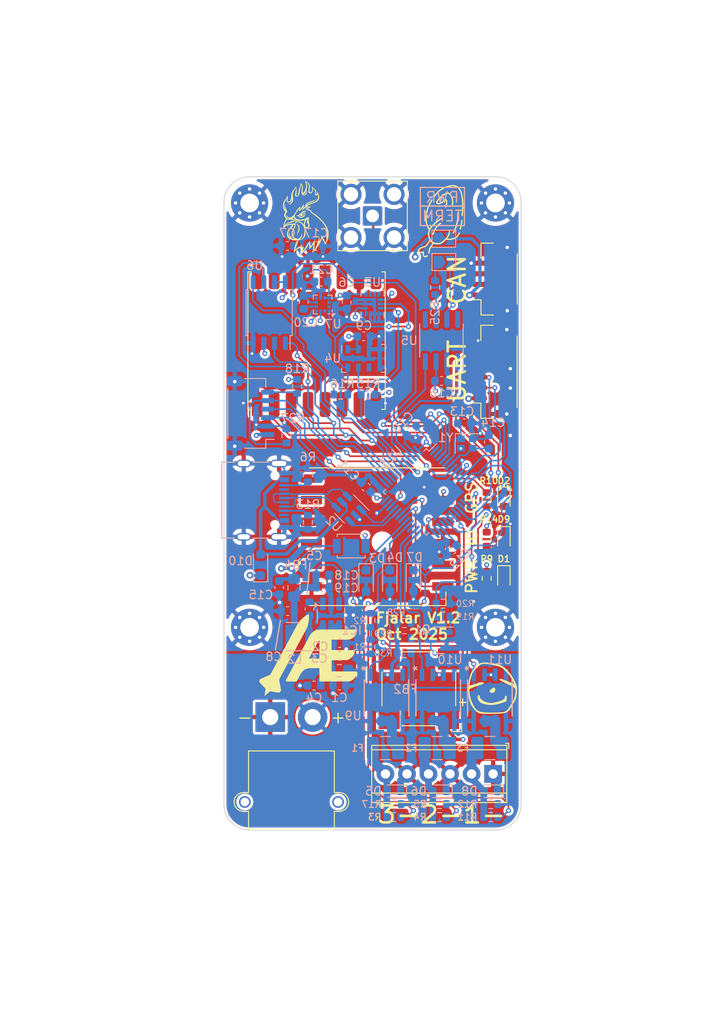
<source format=kicad_pcb>
(kicad_pcb (version 20241229) (generator "pcbnew") (generator_version "9.0")
  (layers (0 "F.Cu" signal) (4 "In1.Cu" signal) (6 "In2.Cu" signal) (2 "B.Cu" signal) (13 "F.Paste" user) (15 "B.Paste" user) (5 "F.SilkS" user "F.Silkscreen") (7 "B.SilkS" user "B.Silkscreen") (1 "F.Mask" user) (3 "B.Mask" user) (25 "Edge.Cuts" user))
  (net 0 "")
  (net 1 "Earth")
  (net 2 "VCC")
  (net 3 "+3V3")
  (net 4 "Net-(BZ1-+)")
  (net 5 "Net-(D1-A)")
  (net 6 "/BUZZER")
  (net 7 "/VBAT_SENSE")
  (net 8 "Net-(D2-A)")
  (net 9 "/SDA")
  (net 10 "/SCL")
  (net 11 "/CAN_L")
  (net 12 "/CAN_H")
  (net 13 "/CAN_TX")
  (net 14 "/CAN_RX")
  (net 22 "/LORA_RESET")
  (net 23 "/LORA_DIO")
  (net 33 "Net-(U8-1PPS)")
  (net 34 "/Pyros/PYRO2_OUT")
  (net 35 "/EXT_RX")
  (net 36 "/EXT_TX")
  (net 37 "/LORA")
  (net 38 "/Pyros/PYRO1_OUT")
  (net 39 "/Pyros/PYRO3_OUT")
  (net 43 "/VBUS")
  (net 44 "Net-(J8-CC1)")
  (net 45 "/USB_D_P")
  (net 46 "/USB_D_N")
  (net 47 "Net-(J8-CC2)")
  (net 49 "Net-(D9-A)")
  (net 50 "/LED_STATUS")
  (net 51 "/SW_CLK")
  (net 53 "/SW_DIO")
  (net 54 "Net-(F1-Pad2)")
  (net 55 "Net-(F2-Pad2)")
  (net 56 "Net-(F3-Pad2)")
  (net 57 "/OSC_IN")
  (net 58 "/OSC_OUT")
  (net 59 "/NRST")
  (net 60 "/EXT_SDA")
  (net 61 "/EXT_SCL")
  (net 62 "/SCK")
  (net 63 "/MISO")
  (net 64 "/MOSI")
  (net 65 "/FLASH_CS")
  (net 66 "/LORA_CS")
  (net 67 "/PYRO3_EN")
  (net 68 "/PYRO2_EN")
  (net 69 "/PYRO1_EN")
  (net 70 "/PYRO3_SENSE")
  (net 71 "/PYRO2_SENSE")
  (net 72 "/PYRO1_SENSE")
  (net 73 "/GPS_TX")
  (net 74 "/GPS_RX")
  (net 75 "/BOOT0")
  (net 76 "Net-(Q1-B)")
  (net 77 "/USB_ESD_P")
  (net 78 "/USB_ESD_N")
  (net 80 "Net-(U13-VCAP)")
  (net 83 "/VCC_FILT")
  (net 84 "/SW")
  (net 85 "/CB")
  (net 86 "/OUT_RAW")
  (net 87 "/EXT_IO0")
  (net 88 "/EXT_IO1")
  (net 89 "Net-(J3-Pin_1)")
  (net 90 "Net-(JP2-A)")
  (net 91 "Net-(U7-C1)")
  (footprint "RF_Module:HOPERF_RFM9XW_SMD" (layer "F.Cu") (at 175.26 63.754 90)
    (property "Reference" "U12" (hide yes))
    (property "Value" "RFM98W-433S2")
  )
  (footprint "LOGO" (layer "F.Cu") (at 196.1 104.7)
    (property "Reference" "G***" (hide yes))
    (property "Value" "LOGO" (hide yes))
  )
  (footprint "RF_GPS:Quectel_L80-R" (layer "F.Cu") (at 182.407945 86.86 180)
    (property "Reference" "U8" (hide yes))
    (property "Value" "LC86")
  )
  (footprint "MountingHole:MountingHole_2.2mm_M2_Pad_Via" (layer "F.Cu") (at 167.364 97.536)
    (property "Reference" "H3" (hide yes))
    (property "Value" "MountingHole_Pad")
  )
  (footprint "Diode_SMD:D_0603_1608Metric" (layer "F.Cu") (at 197.358 82.487 -90)
    (property "Reference" "D2")
    (property "Value" "LED_FIX")
  )
  (footprint "lib:aesir_short" (layer "F.Cu") (at 174.244 100.838)
    (property "Reference" "G***" (hide yes))
    (property "Value" "LOGO" (hide yes))
  )
  (footprint "Resistor_SMD:R_0603_1608Metric" (layer "F.Cu") (at 195.326 91.757 -90)
    (property "Reference" "R9")
    (property "Value" "470")
  )
  (footprint "Connector_JST:JST_GH_SM04B-GHS-TB_1x04-1MP_P1.25mm_Horizontal" (layer "F.Cu") (at 196.365942 56.503307 90)
    (property "Reference" "J3" (hide yes))
    (property "Value" "jst gh 4")
  )
  (footprint "lib:rooster3" (layer "F.Cu") (at 173.99 49.276)
    (property "Reference" "G***" (hide yes))
    (property "Value" "LOGO" (hide yes))
  )
  (footprint "Diode_SMD:D_0603_1608Metric" (layer "F.Cu") (at 197.358 87.1475 -90)
    (property "Reference" "D9")
    (property "Value" "status")
  )
  (footprint "MountingHole:MountingHole_2.2mm_M2_Pad_Via" (layer "F.Cu") (at 196.364 97.536)
    (property "Reference" "H4" (hide yes))
    (property "Value" "MountingHole_Pad")
  )
  (footprint "LOGO" (layer "F.Cu") (at 189.87 49.68 90)
    (property "Reference" "G***" (hide yes))
    (property "Value" "LOGO" (hide yes))
  )
  (footprint "Resistor_SMD:R_0603_1608Metric" (layer "F.Cu") (at 195.326 87.1475 -90)
    (property "Reference" "R14")
    (property "Value" "470")
  )
  (footprint "Connector_AMASS:AMASS_XT30PW-M_1x02_P2.50mm_Horizontal" (layer "F.Cu") (at 169.8 108.11 180)
    (property "Reference" "J1" (hide yes))
    (property "Value" "xt30")
  )
  (footprint "MountingHole:MountingHole_2.2mm_M2_Pad_Via" (layer "F.Cu") (at 196.364 47.536)
    (property "Reference" "H2" (hide yes))
    (property "Value" "MountingHole_Pad")
  )
  (footprint "Connector_Coaxial:SMA_Amphenol_901-143_Horizontal" (layer "F.Cu") (at 181.864 49.062)
    (property "Reference" "J6" (hide yes))
    (property "Value" "SMA")
  )
  (footprint "TerminalBlock_TE-Connectivity:TerminalBlock_TE_282834-6_1x06_P2.54mm_Horizontal" (layer "F.Cu") (at 196.088 114.808 180)
    (property "Reference" "J7" (hide yes))
    (property "Value" "Screw_Terminal_01x06")
  )
  (footprint "Buzzer_Beeper:MagneticBuzzer_CUI_CMT-8504-100-SMT" (layer "F.Cu") (at 187.325 104.775 180)
    (property "Reference" "BZ1" (hide yes))
    (property "Value" "CMT-8504-100")
  )
  (footprint "Diode_SMD:D_0603_1608Metric" (layer "F.Cu") (at 197.358 91.757 -90)
    (property "Reference" "D1")
    (property "Value" "power")
  )
  (footprint "MountingHole:MountingHole_2.2mm_M2_Pad_Via" (layer "F.Cu") (at 167.364 47.536)
    (property "Reference" "H1" (hide yes))
    (property "Value" "MountingHole_Pad")
  )
  (footprint "Resistor_SMD:R_0603_1608Metric" (layer "F.Cu") (at 195.326 82.487 -90)
    (property "Reference" "R10")
    (property "Value" "470")
  )
  (footprint "Connector_JST:JST_GH_SM06B-GHS-TB_1x06-1MP_P1.25mm_Horizontal" (layer "F.Cu") (at 196.35 67.425 90)
    (property "Reference" "J2" (hide yes))
    (property "Value" "jst gh 6")
  )
  (footprint "Crystal:Crystal_SMD_2016-4Pin_2.0x1.6mm" (layer "B.Cu") (at 192.972082 75.878082)
    (property "Reference" "Y1")
    (property "Value" "48MHz")
  )
  (footprint "Package_SO:SOIC-8_3.9x4.9mm_P1.27mm" (layer "B.Cu") (at 189.994187 63.749999 90)
    (property "Reference" "U5")
    (property "Value" "TCAN332")
  )
  (footprint "Capacitor_SMD:C_0603_1608Metric" (layer "B.Cu") (at 174.425559 95.377946 -90)
    (property "Reference" "C5")
    (property "Value" "100n")
  )
  (footprint "Capacitor_SMD:C_0603_1608Metric" (layer "B.Cu") (at 175.8 56.8 180)
    (property "Reference" "C21")
    (property "Value" "100n")
  )
  (footprint "Package_LGA:LGA-14_3x2.5mm_P0.5mm_LayoutBorder3x4y" (layer "B.Cu") (at 181.864 59.436 90)
    (property "Reference" "U3")
    (property "Value" "LSM6DSO32")
  )
  (footprint "Resistor_SMD:R_0603_1608Metric" (layer "B.Cu") (at 181.61 96.711 90)
    (property "Reference" "R2")
    (property "Value" "2k2")
  )
  (footprint "Capacitor_SMD:C_0603_1608Metric" (layer "B.Cu") (at 174.968339 104.395325)
    (property "Reference" "C4")
    (property "Value" "100n")
  )
  (footprint "Package_TO_SOT_SMD:SOT-23-6_Handsoldering" (layer "B.Cu") (at 176.966588 96.125408 -90)
    (property "Reference" "IC1")
    (property "Value" "LMR50410Y3")
  )
  (footprint "Inductor_SMD:L_0805_2012Metric_Pad1.15x1.40mm_HandSolder" (layer "B.Cu") (at 177.958225 102.637137)
    (property "Reference" "FB2")
    (property "Value" "BLM18KG102SN1D")
  )
  (footprint "Capacitor_SMD:C_0603_1608Metric" (layer "B.Cu") (at 186.476008 74.381992 -135)
    (property "Reference" "C10")
    (property "Value" "4u7")
  )
  (footprint "Capacitor_SMD:C_0603_1608Metric" (layer "B.Cu") (at 170.849635 92.865413 90)
    (property "Reference" "C15")
    (property "Value" "1u")
  )
  (footprint "Resistor_SMD:R_0603_1608Metric" (layer "B.Cu") (at 195.8085 119.888)
    (property "Reference" "R11")
    (property "Value" "3k")
  )
  (footprint "Diode_SMD:D_SOD-323_HandSoldering" (layer "B.Cu") (at 168.656 90.17 90)
    (property "Reference" "D10")
    (property "Value" "D_Small")
  )
  (footprint "Fuse:Fuse_1210_3225Metric_Pad1.42x2.65mm_HandSolder" (layer "B.Cu") (at 195.704 111.76)
    (property "Reference" "F3")
    (property "Value" "Polyfuse")
  )
  (footprint "Diode_SMD:D_0603_1608Metric" (layer "B.Cu") (at 184.3785 116.84 180)
    (property "Reference" "D5")
    (property "Value" "15V")
  )
  (footprint "Package_SO:SOIC-8_5.23x5.23mm_P1.27mm" (layer "B.Cu") (at 169.672 60.452 90)
    (property "Reference" "U6")
    (property "Value" "W25Q128JVS")
  )
  (footprint "Capacitor_SMD:C_0603_1608Metric" (layer "B.Cu") (at 173.744378 59.244378 90)
    (property "Reference" "C20")
    (property "Value" "220n")
  )
  (footprint "Resistor_SMD:R_0603_1608Metric" (layer "B.Cu") (at 185.611 100.584 180)
    (property "Reference" "R30")
    (property "Value" "10k")
  )
  (footprint "Capacitor_SMD:C_0603_1608Metric" (layer "B.Cu") (at 177.983225 99.387137 180)
    (property "Reference" "C2")
    (property "Value" "1u")
  )
  (footprint "Resistor_SMD:R_0603_1608Metric" (layer "B.Cu") (at 174.244 85.153 -90)
    (property "Reference" "R13")
    (property "Value" "5k1")
  )
  (footprint "Resistor_SMD:R_0603_1608Metric" (layer "B.Cu") (at 181.61 99.822 90)
    (property "Reference" "R1")
    (property "Value" "10k")
  )
  (footprint "Capacitor_SMD:C_0603_1608Metric" (layer "B.Cu") (at 175.959189 92.835234)
    (property "Reference" "C19")
    (property "Value" "10u")
  )
  (footprint "Resistor_SMD:R_0603_1608Metric" (layer "B.Cu") (at 190.183 94.742 180)
    (property "Reference" "R20")
    (property "Value" "10k")
  )
  (footprint "Resistor_SMD:R_0603_1608Metric" (layer "B.Cu") (at 184.404 118.364 180)
    (property "Reference" "R17")
    (property "Value" "3k")
  )
  (footprint "Diode_SMD:D_SOD-323_HandSoldering" (layer "B.Cu") (at 181.102 92.055 -90)
    (property "Reference" "D3")
    (property "Value" "3V")
  )
  (footprint "Capacitor_SMD:C_0603_1608Metric" (layer "B.Cu") (at 175.984189 91.335234)
    (property "Reference" "C18")
    (property "Value" "10u")
  )
  (footprint "Capacitor_SMD:C_0603_1608Metric" (layer "B.Cu") (at 178.816 59.221 -90)
    (property "Reference" "C6")
    (property "Value" "0.1u")
  )
  (footprint "Connector_JST:JST_SH_SM06B-SRSS-TB_1x06-1MP_P1.00mm_Horizontal" (layer "B.Cu") (at 167.48151 72.32764 90)
    (property "Reference" "J9" (hide yes))
    (property "Value" "jst_sh 6")
  )
  (footprint "Resistor_SMD:R_0603_1608Metric" (layer "B.Cu") (at 181.356 70.104 180)
    (property "Reference" "R15")
    (property "Value" "5k1")
  )
  (footprint "Diode_SMD:D_0603_1608Metric" (layer "B.Cu") (at 189.7635 116.84 180)
    (property "Reference" "D6")
    (property "Value" "15V")
  )
  (footprint "Capacitor_SMD:C_0603_1608Metric" (layer "B.Cu") (at 171.825 52.6 180)
    (property "Reference" "C7")
    (property "Value" "0.1u")
  )
  (footprint "Capacitor_SMD:C_0603_1608Metric" (layer "B.Cu") (at 191.221992 88.432008 45)
    (property "Reference" "C12")
    (property "Value" "4u7")
  )
  (footprint "Package_QFP:LQFP-48_7x7mm_P0.5mm" (layer "B.Cu") (at 188.214 81.574008 -135)
    (property "Reference" "U13")
    (property "Value" "STM32U575CGTx")
  )
  (footprint "Capacitor_SMD:C_0603_1608Metric" (layer "B.Cu") (at 180.835 63.246)
    (property "Reference" "C9")
    (property "Value" "0.1u")
  )
  (footprint "Resistor_SMD:R_0603_1608Metric" (layer "B.Cu") (at 174.244 79.565 90)
    (property "Reference" "R6")
    (property "Value" "5k1")
  )
  (footprint "Jumper:SolderJumper-2_P1.3mm_Open_TrianglePad1.0x1.5mm" (layer "B.Cu") (at 190.275 54.5)
    (property "Reference" "JP2" (hide yes))
    (property "Value" "SolderJumper_2_Open")
  )
  (footprint "Resistor_SMD:R_0603_1608Metric" (layer "B.Cu") (at 189.7635 119.888)
    (property "Reference" "R4")
    (property "Value" "3k")
  )
  (footprint "Diode_SMD:D_SOD-323_HandSoldering" (layer "B.Cu") (at 186.69 92.055 -90)
    (property "Reference" "D7")
    (property "Value" "3V")
  )
  (footprint "Diode_SMD:D_SOD-323_HandSoldering" (layer "B.Cu") (at 183.896 92.055 -90)
    (property "Reference" "D4")
    (property "Value" "3V")
  )
  (footprint "Resistor_SMD:R_0603_1608Metric" (layer "B.Cu") (at 190.183 96.266)
    (property "Reference" "R19")
    (property "Value" "470")
  )
  (footprint "Resistor_SMD:R_0603_1608Metric" (layer "B.Cu") (at 189.25 57.5 -90)
    (property "Reference" "R25")
    (property "Value" "120")
  )
  (footprint "Resistor_SMD:R_0603_1608Metric" (layer "B.Cu") (at 172.974 69.151 90)
    (property "Reference" "R18")
    (property "Value" "10k")
  )
  (footprint "Resistor_SMD:R_0603_1608Metric" (layer "B.Cu") (at 178.117 70.104)
    (property "Reference" "R16")
    (property "Value" "5k1")
  )
  (footprint "Package_LGA:LGA-12_2x2mm_P0.5mm" (layer "B.Cu") (at 175.986849 59.492485 90)
    (property "Reference" "U7")
    (property "Value" "LIS2MDL")
  )
  (footprint "lib:SOIC_050ASTR_STM" (layer "B.Cu") (at 183.515 105.84815 -90)
    (property "Reference" "U9")
    (property "Value" "VN7050ASTR")
  )
  (footprint "lib:SOIC_050ASTR_STM" (layer "B.Cu") (at 189.611 105.84815 -90)
    (property "Reference" "U10")
    (property "Value" "VN7050ASTR")
  )
  (footprint "Resistor_SMD:R_0603_1608Metric" (layer "B.Cu") (at 184.3785 119.888)
    (property "Reference" "R3")
    (property "Value" "3k")
  )
  (footprint "Capacitor_SMD:C_0603_1608Metric" (layer "B.Cu") (at 181.102 81.026 135)
    (property "Reference" "C11")
    (property "Value" "4u7")
  )
  (footprint "Button_Switch_SMD:SW_SPST_B3U-1000P" (layer "B.Cu") (at 179.342955 87.957669 180)
    (property "Reference" "SW1" (hide yes))
    (property "Value" "SW_SPST")
  )
  (footprint "Resistor_SMD:R_0603_1608Metric" (layer "B.Cu") (at 171.704 74.993 90)
    (property "Reference" "R27")
    (property "Value" "10k")
  )
  (footprint "Resistor_SMD:R_0603_1608Metric" (layer "B.Cu") (at 189.7635 118.364 180)
    (property "Reference" "R5")
    (property "Value" "3k")
  )
  (footprint "Capacitor_SMD:C_0603_1608Metric" (layer "B.Cu") (at 175.2 52.6)
    (property "Reference" "C17")
    (property "Value" "0.1u")
  )
  (footprint "Package_TO_SOT_SMD:SOT-23-6" (layer "B.Cu") (at 179.07 83.566 135)
    (property "Reference" "U2")
    (property "Value" "USBLC6-2SC6")
  )
  (footprint "Capacitor_SMD:C_0603_1608Metric" (layer "B.Cu") (at 192.696046 73.496046)
    (property "Reference" "C13")
    (property "Value" "14p")
  )
  (footprint "Fuse:Fuse_1210_3225Metric_Pad1.42x2.65mm_HandSolder" (layer "B.Cu") (at 189.484 111.76)
    (property "Reference" "F2")
    (property "Value" "Polyfuse")
  )
  (footprint "Capacitor_SMD:C_0603_1608Metric" (layer "B.Cu") (at 190 68.5)
    (property "Reference" "C16")
    (property "Value" "0.1u")
  )
  (footprint "Package_TO_SOT_SMD:SOT-23" (layer "B.Cu") (at 189.6595 99.06 180)
    (property "Reference" "Q1")
    (property "Value" "MMBT3904")
  )
  (footprint "Fuse:Fuse_1210_3225Metric_Pad1.42x2.65mm_HandSolder" (layer "B.Cu") (at 183.388 111.76)
    (property "Reference" "F1")
    (property "Value" "Polyfuse")
  )
  (footprint "Resistor_SMD:R_0603_1608Metric" (layer "B.Cu") (at 185.611 97.028 180)
    (property "Reference" "R28")
    (property "Value" "10k")
  )
  (footprint "Capacitor_SMD:C_0603_1608Metric" (layer "B.Cu") (at 171.849635 95.615413)
    (property "Reference" "C8")
    (property "Value" "1u")
  )
  (footprint "Capacitor_SMD:C_0603_1608Metric" (layer "B.Cu") (at 195.58 75.692 90)
    (property "Reference" "C14")
    (property "Value" "14p")
  )
  (footprint "Package_LGA:LGA-8_3x5mm_P1.25mm" (layer "B.Cu") (at 180.822 65.845 -90)
    (property "Reference" "U4")
    (property "Value" "MS5611-01BA")
  )
  (footprint "Capacitor_SMD:C_0603_1608Metric" (layer "B.Cu") (at 177.983225 100.887137 180)
    (property "Reference" "C3")
    (property "Value" "1u")
  )
  (footprint "Inductor_SMD_Wurth:L_Wurth_WE-LQSH-3012" (layer "B.Cu") (at 173.180174 98.630976 180)
    (property "Reference" "L2")
    (property "Value" "4.7u")
  )
  (footprint "Diode_SMD:D_0603_1608Metric" (layer "B.Cu") (at 195.8085 116.84 180)
    (property "Reference" "D8")
    (property "Value" "15V")
  )
  (footprint "Resistor_SMD:R_0603_1608Metric" (layer "B.Cu") (at 185.611 98.806 180)
    (property "Reference" "R29")
    (property "Value" "10k")
  )
  (footprint "Jumper:SolderJumper-2_P1.3mm_Open_TrianglePad1.0x1.5mm" (layer "B.Cu") (at 190.275 51.75)
    (property "Reference" "JP1" (hide yes))
    (property "Value" "SolderJumper_2_Open")
  )
  (footprint "Connector_USB:USB_C_Receptacle_Palconn_UTC16-G" (layer "B.Cu") (at 168.91 82.55 90)
    (property "Reference" "J8" (hide yes))
    (property "Value" "USB_C_Receptacle_USB2.0")
  )
  (footprint "Capacitor_SMD:C_0603_1608Metric" (layer "B.Cu") (at 177.958225 104.387137)
    (property "Reference" "C1")
    (property "Value" "1u")
  )
  (footprint "Resistor_SMD:R_0603_1608Metric" (layer "B.Cu") (at 195.8085 118.364 180)
    (property "Reference" "R12")
    (property "Value" "3k")
  )
  (footprint "Inductor_SMD:L_0805_2012Metric_Pad1.15x1.40mm_HandSolder" (layer "B.Cu") (at 172.599635 92.865413 -90)
    (property "Reference" "FB4")
    (property "Value" "BLM18KG102SN1D")
  )
  (footprint "lib:SOIC_050ASTR_STM" (layer "B.Cu") (at 195.707 105.84815 -90)
    (property "Reference" "U11")
    (property "Value" "VN7050ASTR")
  )
  (gr_rect (start 187.5 47.9) (end 192.7 50.2) (stroke (width 0.15)) (fill no) (layer "B.SilkS"))
  (gr_line (start 170.4 100.2) (end 171 96.7) (stroke (width 0.15)) (layer "B.SilkS"))
  (gr_line (start 174.1 93.7) (end 174.5 89.9) (stroke (width 0.15)) (layer "B.SilkS"))
  (gr_rect (start 187.5 45.7) (end 192.7 47.9) (stroke (width 0.15)) (fill no) (layer "B.SilkS"))
  (gr_arc (start 164.338 47.45) (mid 165.21668 45.32868) (end 167.338 44.45) (stroke (width 0.1)) (layer "Edge.Cuts"))
  (gr_line (start 164.338 47.45) (end 164.338 118.412) (stroke (width 0.1)) (layer "Edge.Cuts"))
  (gr_arc (start 196.39 44.45) (mid 198.51132 45.32868) (end 199.39 47.45) (stroke (width 0.1)) (layer "Edge.Cuts"))
  (gr_line (start 196.39 44.45) (end 167.338 44.45) (stroke (width 0.1)) (layer "Edge.Cuts"))
  (gr_line (start 167.338 121.412) (end 196.39 121.412) (stroke (width 0.1)) (layer "Edge.Cuts"))
  (gr_arc (start 199.39 118.412) (mid 198.51132 120.53332) (end 196.39 121.412) (stroke (width 0.1)) (layer "Edge.Cuts"))
  (gr_arc (start 167.338 121.412) (mid 165.21668 120.53332) (end 164.338 118.412) (stroke (width 0.1)) (layer "Edge.Cuts"))
  (gr_line (start 199.39 118.412) (end 199.39 47.45) (stroke (width 0.1)) (layer "Edge.Cuts"))
  (gr_text "CAN" (at 193 59.7 90) (layer "F.SilkS") (effects (font (size 2 2) (thickness 0.3)) (justify left bottom)))
  (gr_text "GPS" (at 194.31 84.328 90) (layer "F.SilkS") (effects (font (size 1.3 1.3) (thickness 0.22)) (justify left bottom)))
  (gr_text "IO" (at 194.31 88.138 90) (layer "F.SilkS") (effects (font (size 1.3 1.3) (thickness 0.22)) (justify left bottom)))
  (gr_text "UART" (at 193 71.2 90) (layer "F.SilkS") (effects (font (size 2 2) (thickness 0.3)) (justify left bottom)))
  (gr_text "PWR" (at 194.31 93.726 90) (layer "F.SilkS") (effects (font (size 1.3 1.3) (thickness 0.22)) (justify left bottom)))
  (gr_text "3-2-1-" (at 182.245 120.777 0) (layer "F.SilkS") (effects (font (size 2 2.3) (thickness 0.3)) (justify left bottom)))
  (gr_text "Fjalar V1.2\nOct 2025" (at 182.118 99.06 0) (layer "F.SilkS") (effects (font (size 1.2 1.2) (thickness 0.25) (bold yes)) (justify left bottom)))
  (gr_text "TERM" (at 190.1 49.8 0) (layer "B.SilkS") (effects (font (size 1.25 1.25) (thickness 0.15625)) (justify bottom mirror)))
  (gr_text "PWR" (at 190.1 47.6 0) (layer "B.SilkS") (effects (font (size 1.25 1.25) (thickness 0.15625)) (justify bottom mirror)))
  (segment (start 198.105 74.912) (end 198.105 74.915) (width 0.2) (layer "F.Cu") (net 1))
  (segment (start 194.318 63.762) (end 194.31 63.754) (width 0.4) (layer "F.Cu") (net 1))
  (segment (start 198.046934 67.062) (end 198.114 67.062) (width 0.2) (layer "F.Cu") (net 1))
  (segment (start 182.26 71.279) (end 183.229 71.279) (width 0.4) (layer "F.Cu") (net 1))
  (segment (start 166.783 71.279) (end 166.624 71.12) (width 0.4) (layer "F.Cu") (net 1))
  (segment (start 198.105 69.312) (end 198.105 69.327) (width 0.2) (layer "F.Cu") (net 1))
  (segment (start 198.105 69.327) (end 198.12 69.342) (width 0.2) (layer "F.Cu") (net 1))
  (segment (start 190.157945 88.226055) (end 189.738 88.646) (width 0.4) (layer "F.Cu") (net 1))
  (segment (start 168.26 71.279) (end 166.783 71.279) (width 0.4) (layer "F.Cu") (net 1))
  (segment (start 183.229 71.279) (end 183.388 71.12) (width 0.4) (layer "F.Cu") (net 1))
  (segment (start 197.358 81.6995) (end 197.358 80.772) (width 0.2) (layer "F.Cu") (net 1))
  (segment (start 198.114 67.062) (end 198.12 67.056) (width 0.2) (layer "F.Cu") (net 1))
  (segment (start 197.358 86.106) (end 198.12 85.344) (width 0.2) (layer "F.Cu") (net 1))
  (segment (start 190.157945 87.63) (end 190.157945 88.226055) (width 0.4) (layer "F.Cu") (net 1))
  (segment (start 198.105 74.915) (end 198.12 74.93) (width 0.2) (layer "F.Cu") (net 1))
  (segment (start 197.358 86.36) (end 197.358 86.106) (width 0.2) (layer "F.Cu") (net 1))
  (via (at 189.738 88.646) (size 0.6) (drill 0.3) (layers "F.Cu" "B.Cu") (net 1))
  (via (at 197.75 60.225) (size 0.8) (drill 0.4) (layers "F.Cu" "B.Cu") (net 1))
  (via (at 166.624 71.12) (size 0.6) (drill 0.3) (layers "F.Cu" "B.Cu") (net 1))
  (via (at 194.31 63.754) (size 0.6) (drill 0.3) (layers "F.Cu" "B.Cu") (net 1))
  (via (at 180.34 84.836) (size 0.6) (drill 0.3) (layers "F.Cu" "B.Cu") (net 1))
  (via (at 171.45 73.42714) (size 0.6) (drill 0.3) (layers "F.Cu" "B.Cu") (net 1))
  (via (at 168.148 73.66) (size 0.6) (drill 0.3) (layers "F.Cu" "B.Cu") (net 1))
  (via (at 193.5 54.625) (size 0.8) (drill 0.4) (layers "F.Cu" "B.Cu") (net 1))
  (via (at 192.425059 77.860568) (size 0.6) (drill 0.3) (layers "F.Cu" "B.Cu") (net 1))
  (via (at 194.564 74.676) (size 0.6) (drill 0.3) (layers "F.Cu" "B.Cu") (net 1))
  (via (at 176.022 53.848) (size 0.6) (drill 0.3) (layers "F.Cu" "B.Cu") (net 1))
  (via (at 182.372 84.074) (size 0.6) (drill 0.3) (layers "F.Cu" "B.Cu") (net 1))
  (via (at 183.642 103.124) (size 0.6) (drill 0.3) (layers "F.Cu" "B.Cu") (net 1))
  (via (at 198.12 85.344) (size 0.6) (drill 0.3) (layers "F.Cu" "B.Cu") (net 1))
  (via (at 170.9 94.6) (size 0.8) (drill 0.4) (layers "F.Cu" "B.Cu") (net 1))
  (via (at 193.802 94.488) (size 0.6) (drill 0.3) (layers "F.Cu" "B.Cu") (net 1))
  (via (at 178.758225 100.1) (size 0.8) (drill 0.4) (layers "F.Cu" "B.Cu") (net 1))
  (via (at 187.96 81.026) (size 0.6) (drill 0.3) (layers "F.Cu" "B.Cu") (net 1))
  (via (at 189.738 103.124) (size 0.6) (drill 0.3) (layers "F.Cu" "B.Cu") (net 1))
  (via (at 186.69 94.234) (size 0.6) (drill 0.3) (layers "F.Cu" "B.Cu") (net 1))
  (via (at 173.3 104.4) (size 0.8) (drill 0.4) (layers "F.Cu" "B.Cu") (net 1))
  (via (at 173.1 59) (size 0.6) (drill 0.3) (layers "F.Cu" "B.Cu") (net 1))
  (via (at 197.75 52.775) (size 0.8) (drill 0.4) (layers "F.Cu" "B.Cu") (net 1))
  (via (at 192.278 76.454) (size 0.6) (drill 0.3) (layers "F.Cu" "B.Cu") (net 1))
  (via (at 178.816 60.96) (size 0.6) (drill 0.3) (layers "F.Cu" "B.Cu") (net 1))
  (via (at 198.12 69.342) (size 0.8) (drill 0.4) (layers "F.Cu" "B.Cu") (net 1))
  (via (at 186.944 75.184) (size 0.6) (drill 0.3) (layers "F.Cu" "B.Cu") (net 1))
  (via (at 198.12 67.056) (size 0.8) (drill 0.4) (layers "F.Cu" "B.Cu") (net 1))
  (via (at 165.608 68.58) (size 0.8) (drill 0.4) (layers "F.Cu" "B.Cu") (net 1))
  (via (at 179.6 96.1) (size 0.8) (drill 0.4) (layers "F.Cu" "B.Cu") (net 1))
  (via (at 195.834 103.124) (size 0.6) (drill 0.3) (layers "F.Cu" "B.Cu") (net 1))
  (via (at 183.896 94.234) (size 0.6) (drill 0.3) (layers "F.Cu" "B.Cu") (net 1))
  (via (at 197.358 80.772) (size 0.6) (drill 0.3) (layers "F.Cu" "B.Cu") (net 1))
  (via (at 182.626 63.246) (size 0.6) (drill 0.3) (layers "F.Cu" "B.Cu") (net 1))
  (via (at 180.467 94.107) (size 0.6) (drill 0.3) (layers "F.Cu" "B.Cu") (net 1))
  (via (at 165.608 76.2) (size 0.8) (drill 0.4) (layers "F.Cu" "B.Cu") (net 1))
  (via (at 171.196 53.848) (size 0.6) (drill 0.3) (layers "F.Cu" "B.Cu") (net 1))
  (via (at 198.12 74.93) (size 0.8) (drill 0.4) (layers "F.Cu" "B.Cu") (net 1))
  (via (at 197.7 62.45) (size 0.8) (drill 0.4) (layers "F.Cu" "B.Cu") (net 1))
  (via (at 183.388 71.12) (size 0.6) (drill 0.3) (layers "F.Cu" "B.Cu") (net 1))
  (via (at 177.2 105.3) (size 0.8) (drill 0.4) (layers "F.Cu" "B.Cu") (net 1))
  (via (at 179.832 79.756) (size 0.6) (drill 0.3) (layers "F.Cu" "B.Cu") (net 1))
  (via (at 176.8 92.1) (size 0.8) (drill 0.4) (layers "F.Cu" "B.Cu") (net 1))
  (via (at 178.7 96.1) (size 0.8) (drill 0.4) (layers "F.Cu" "B.Cu") (net 1))
  (via (at 167.64 65.278) (size 0.6) (drill 0.3) (layers "F.Cu" "B.Cu") (net 1))
  (via (at 197.7 72.4) (size 0.8) (drill 0.4) (layers "F.Cu" "B.Cu") (net 1))
  (segment (start 176.035 53.861) (end 176.022 53.848) (width 0.4) (layer "B.Cu") (net 1))
  (segment (start 173.744378 57.955622) (end 173.744378 58.469378) (width 0.2) (layer "B.Cu") (net 1))
  (segment (start 165.608 68.82) (end 165.608 68.58) (width 0.4) (layer "B.Cu") (net 1))
  (segment (start 174.193339 104.395325) (end 173.304675 104.395325) (width 0.4) (layer "B.Cu") (net 1))
  (segment (start 183.679678 82.92635) (end 182.532028 84.074) (width 0.2) (layer "B.Cu") (net 1))
  (segment (start 190.629187 68.354187) (end 190.775 68.5) (width 0.2) (layer "B.Cu") (net 1))
  (segment (start 195.834 103.124) (end 195.072 103.124) (width 0.4) (layer "B.Cu") (net 1))
  (segment (start 192.272082 76.428082) (end 192.272082 76.448082) (width 0.2) (layer "B.Cu") (net 1))
  (segment (start 190.629187 66.224999) (end 190.629187 68.354187) (width 0.2) (layer "B.Cu") (net 1))
  (segment (start 178.816 59.996) (end 179.376 59.436) (width 0.2) (layer "B.Cu") (net 1))
  (segment (start 189.738 88.646) (end 190.339968 88.646) (width 0.4) (layer "B.Cu") (net 1))
  (segment (start 182.114 60.5985) (end 182.114 61.218) (width 0.2) (layer "B.Cu") (net 1))
  (segment (start 193.672082 75.328082) (end 193.911918 75.328082) (width 0.2) (layer "B.Cu") (net 1))
  (segment (start 184.15 101.854) (end 184.786 101.218) (width 0.4) (layer "B.Cu") (net 1))
  (segment (start 184.15 103.124) (end 182.88 103.124) (width 0.4) (layer "B.Cu") (net 1))
  (segment (start 171.074635 95.615413) (end 171.074635 94.774635) (width 0.4) (layer "B.Cu") (net 1))
  (segment (start 183.896 93.305) (end 183.896 94.234) (width 0.2) (layer "B.Cu") (net 1))
  (segment (start 179.432 61.576) (end 178.816 60.96) (width 0.2) (layer "B.Cu") (net 1))
  (segment (start 173.304675 104.395325) (end 173.3 104.4) (width 0.4) (layer "B.Cu") (net 1))
  (segment (start 171.704 73.68114) (end 171.45 73.42714) (width 0.2) (layer "B.Cu") (net 1))
  (segment (start 171.704 74.168) (end 171.704 73.68114) (width 0.2) (layer "B.Cu") (net 1))
  (segment (start 165.608 68.58) (end 165.608 68.834) (width 0.4) (layer "B.Cu") (net 1))
  (segment (start 185.928 74.93) (end 186.69 74.93) (width 0.2) (layer "B.Cu") (net 1))
  (segment (start 181.614 60.5985) (end 182.614 60.5985) (width 0.2) (layer "B.Cu") (net 1))
  (segment (start 171.471 79.35) (end 171.471 78.861) (width 0.2) (layer "B.Cu") (net 1))
  (segment (start 196.342 103.124) (end 195.834 103.124) (width 0.4) (layer "B.Cu") (net 1))
  (segment (start 177.183225 105.283225) (end 177.2 105.3) (width 0.4) (layer "B.Cu") (net 1))
  (segment (start 171.471 85.75) (end 171.471 86.239) (width 0.2) (layer "B.Cu") (net 1))
  (segment (start 190.551 116.84) (end 190.551 115.265) (width 0.8) (layer "B.Cu") (net 1))
  (segment (start 173.630622 58.469378) (end 173.1 59) (width 0.2) (layer "B.Cu") (net 1))
  (segment (start 196.596 116.84) (end 196.596 115.316) (width 0.8) (layer "B.Cu") (net 1))
  (segment (start 167.767 64.052) (end 167.767 65.151) (width 0.2) (layer "B.Cu") (net 1))
  (segment (start 171.42 79.35) (end 173.634 79.35) (width 0.2) (layer "B.Cu") (net 1))
  (segment (start 195.58 73.98) (end 195.096046 73.496046) (width 0.2) (layer "B.Cu") (net 1))
  (segment (start 191.008 94.742) (end 193.548 94.742) (width 0.2) (layer "B.Cu") (net 1))
  (segment (start 190.551 115.265) (end 191.008 114.808) (width 0.8) (layer "B.Cu") (net 1))
  (segment (start 196.596 115.316) (end 196.088 114.808) (width 0.8) (layer "B.Cu") (net 1))
  (segment (start 178.758225 100.887137) (end 178.758225 100.6) (width 0.4) (layer "B.Cu") (net 1))
  (segment (start 189.566342 86.10833) (end 190.673984 87.215972) (width 0.2) (layer "B.Cu") (net 1))
  (segment (start 185.166 116.84) (end 185.166 115.57) (width 0.8) (layer "B.Cu") (net 1))
  (segment (start 171.05 52.6) (end 171.05 53.702) (width 0.4) (layer "B.Cu") (net 1))
  (segment (start 175.736849 57.936849) (end 175.5 57.7) (width 0.2) (layer "B.Cu") (net 1))
  (segment (start 175.975 53.801) (end 176.022 53.848) (width 0.4) (layer "B.Cu") (net 1))
  (segment (start 193.672082 75.328082) (end 193.672082 73.697082) (width 0.2) (layer "B.Cu") (net 1))
  (segment (start 186.69 74.93) (end 186.944 75.184) (width 0.2) (layer "B.Cu") (net 1))
  (segment (start 174.016 85.75) (end 174.244 85.978) (width 0.2) (layer "B.Cu") (net 1))
  (segment (start 185.674 75.184) (end 185.928 74.93) (width 0.2) (layer "B.Cu") (net 1))
  (segment (start 195.096046 73.496046) (end 193.471046 73.496046) (width 0.2) (layer "B.Cu") (net 1))
  (segment (start 189.738 103.124) (end 188.976 103.124) (width 0.4) (layer "B.Cu") (net 1))
  (segment (start 171.074635 94.774635) (end 170.9 94.6) (width 0.4) (layer "B.Cu") (net 1))
  (segment (start 180.9515 58.936) (end 180.9515 59.436) (width 0.2) (layer "B.Cu") (net 1))
  (segment (start 174.517485 59.242485) (end 173.744378 58.469378) (width 0.2) (layer "B.Cu") (net 1))
  (segment (start 195.58 74.917) (end 195.58 73.98) (width 0.2) (layer "B.Cu") (net 1))
  (segment (start 186.861658 77.039686) (end 185.674 75.852028) (width 0.2) (layer "B.Cu") (net 1))
  (segment (start 193.548 94.742) (end 193.802 94.488) (width 0.2) (layer "B.Cu") (net 1))
  (segment (start 165.608 76.2) (end 165.608 76.454) (width 0.4) (layer "B.Cu") (net 1))
  (segment (start 175.975 52.6) (end 175.975 53.801) (width 0.4) (layer "B.Cu") (net 1))
  (segment (start 181.102 93.305) (end 181.102 93.472) (width 0.2) (layer "B.Cu") (net 1))
  (segment (start 177.183225 104.387137) (end 177.183225 105.283225) (width 0.4) (layer "B.Cu") (net 1))
  (segment (start 179.376 59.436) (end 180.9515 59.436) (width 0.2) (layer "B.Cu") (net 1))
  (segment (start 193.911918 75.328082) (end 194.564 74.676) (width 0.2) (layer "B.Cu") (net 1))
  (segment (start 174 57.7) (end 173.744378 57.955622) (width 0.2) (layer "B.Cu") (net 1))
  (segment (start 185.166 115.57) (end 185.928 114.808) (width 0.8) (layer "B.Cu") (net 1))
  (segment (start 171.471 78.861) (end 170.84 78.23) (width 0.2) (layer "B.Cu") (net 1))
  (segment (start 178.816 59.996) (end 178.816 60.96) (width 0.2) (layer "B.Cu") (net 1))
  (segment (start 186.69 93.472) (end 186.69 94.234) (width 0.2) (layer "B.Cu") (net 1))
  (segment (start 181.102 93.472) (end 180.467 94.107) (width 0.2) (layer "B.Cu") (net 1))
  (segment (start 171.05 53.702) (end 171.196 53.848) (width 0.4) (layer "B.Cu") (net 1))
  (segment (start 175.224349 59.242485) (end 174.517485 59.242485) (width 0.2) (layer "B.Cu") (net 1))
  (segment (start 167.767 65.151) (end 167.64 65.278) (width 0.2) (layer "B.Cu") (net 1))
  (segment (start 169.48151 73.82764) (end 171.36364 73.82764) (width 0.2) (layer "B.Cu") (net 1))
  (segment (start 182.532028 84.074) (end 182.372 84.074) (width 0.2) (layer "B.Cu") (net 1))
  (segment (start 171.471 86.239) (end 170.84 86.87) (width 0.2) (layer "B.Cu") (net 1))
  (segment (start 193.672082 75.328082) (end 195.168918 75.328082) (width 0.2) (layer "B.Cu") (net 1))
  (segment (start 169.48151 73.82764) (end 168.31564 73.82764) (width 0.4) (layer "B.Cu") (net 1))
  (segment (start 191.687662 79.161006) (end 192.363373 78.485295) (width 0.2) (layer "B.Cu") (net 1))
  (segment (start 192.272082 76.448082) (end 192.278 76.454) (width 0.2) (layer "B.Cu") (net 1))
  (segment (start 179.874334 84.370334) (end 180.34 84.836) (width 0.2) (layer "B.Cu") (net 1))
  (segment (start 171.42 85.75) (end 174.016 85.75) (width 0.2) (layer "B.Cu") (net 1))
  (segment (start 182.697 66.92) (end 182.697 64.77) (width 0.2) (layer "B.Cu") (net 1))
  (segment (start 192.363373 77.922254) (end 192.425059 77.860568) (width 0.2) (layer "B.Cu") (net 1))
  (segment (start 190.246 103.124) (end 189.738 103.124) (width 0.4) (layer "B.Cu") (net 1))
  (segment (start 180.553992 80.477992) (end 179.832 79.756) (width 0.2) (layer "B.Cu") (net 1))
  (segment (start 192.363373 78.485295) (end 192.363373 77.922254) (width 0.2) (layer "B.Cu") (net 1))
  (segment (start 173.744378 58.469378) (end 173.630622 58.469378) (width 0.2) (layer "B.Cu") (net 1))
  (segment (start 190.673984 88.980016) (end 190.673984 87.215972) (width 0.4) (layer "B.Cu") (net 1))
  (segment (start 168.31564 73.82764) (end 168.148 73.66) (width 0.4) (layer "B.Cu") (net 1))
  (segment (start 182.697 64.77) (end 181.447 64.77) (width 0.2) (layer "B.Cu") (net 1))
  (segment (start 175.5 57.7) (end 174 57.7) (width 0.2) (layer "B.Cu") (net 1))
  (segment (start 181.61 63.246) (end 181.61 64.607) (width 0.2) (layer "B.Cu") (net 1))
  (segment (start 185.674 75.852028) (end 185.674 75.184) (width 0.2) (layer "B.Cu") (net 1))
  (segment (start 171.36364 73.82764) (end 171.704 74.168) (width 0.2) (layer "B.Cu") (net 1))
  (segment (start 184.15 103.124) (end 184.15 101.854) (width 0.4) (layer "B.Cu") (net 1))
  (segment (start 165.608 76.42) (end 165.608 76.2) (width 0.4) (layer "B.Cu") (net 1))
  (segment (start 182.114 61.218) (end 181.756 61.576) (width 0.2) (layer "B.Cu") (net 1))
  (segment (start 173.634 79.35) (end 174.244 78.74) (width 0.2) (layer "B.Cu") (net 1))
  (segment (start 181.61 64.607) (end 181.447 64.77) (width 0.2) (layer "B.Cu") (net 1))
  (segment (start 190.339968 88.646) (end 190.673984 88.980016) (width 0.4) (layer "B.Cu") (net 1))
  (segment (start 184.786 101.218) (end 184.786 100.584) (width 0.4) (layer "B.Cu") (net 1))
  (segment (start 195.168918 75.328082) (end 195.58 74.917) (width 0.2) (layer "B.Cu") (net 1))
  (segment (start 175.736849 58.729985) (end 175.736849 57.936849) (width 0.2) (layer "B.Cu") (net 1))
  (segment (start 181.61 63.246) (end 182.626 63.246) (width 0.2) (layer "B.Cu") (net 1))
  (segment (start 181.756 61.576) (end 179.432 61.576) (width 0.2) (layer "B.Cu") (net 1))
  (segment (start 193.672082 73.697082) (end 193.471046 73.496046) (width 0.2) (layer "B.Cu") (net 1))
  (segment (start 178.758225 100.887137) (end 178.758225 99.387137) (width 0.4) (layer "B.Cu") (net 1))
  (via (at 167.4 91.4) (size 0.8) (drill 0.4) (layers "F.Cu" "B.Cu") (net 2))
  (via (at 186.9 53.9) (size 0.8) (drill 0.4) (layers "F.Cu" "B.Cu") (net 2))
  (segment (start 178.733225 104.387137) (end 178.733225 102.887137) (width 0.8) (layer "B.Cu") (net 2))
  (segment (start 186.9 53.9) (end 186.9 53.2) (width 0.4) (layer "B.Cu") (net 2))
  (segment (start 186.9 53.2) (end 188.35 51.75) (width 0.4) (layer "B.Cu") (net 2))
  (segment (start 168.656 91.42) (end 167.42 91.42) (width 0.4) (layer "B.Cu") (net 2))
  (segment (start 178.733225 102.887137) (end 178.983225 102.637137) (width 0.8) (layer "B.Cu") (net 2))
  (segment (start 167.42 91.42) (end 167.4 91.4) (width 0.4) (layer "B.Cu") (net 2))
  (segment (start 188.35 51.75) (end 189.55 51.75) (width 0.4) (layer "B.Cu") (net 2))
  (segment (start 189.903945 84.836) (end 190.157945 85.09) (width 0.2) (layer "F.Cu") (net 3))
  (segment (start 174.26 54.118) (end 173.482 53.34) (width 0.4) (layer "F.Cu") (net 3))
  (segment (start 191.77 110.744) (end 192.532 110.744) (width 0.4) (layer "F.Cu") (net 3))
  (segment (start 174.26 56.229) (end 174.26 54.118) (width 0.4) (layer "F.Cu") (net 3))
  (segment (start 190.825 109.799) (end 191.77 110.744) (width 0.4) (layer "F.Cu") (net 3))
  (segment (start 194.5 70.55) (end 193.25 70.55) (width 0.4) (layer "F.Cu") (net 3))
  (segment (start 190.157945 81.622055) (end 190.246 81.534) (width 0.2) (layer "F.Cu") (net 3))
  (segment (start 190.157945 82.55) (end 190.157945 81.622055) (width 0.2) (layer "F.Cu") (net 3))
  (segment (start 195.326 90.932) (end 195.326 90.17) (width 0.2) (layer "F.Cu") (net 3))
  (segment (start 188.468 84.836) (end 189.903945 84.836) (width 0.2) (layer "F.Cu") (net 3))
  (segment (start 193.25 70.55) (end 193.2 70.6) (width 0.4) (layer "F.Cu") (net 3))
  (segment (start 190.825 108.275) (end 190.825 109.799) (width 0.4) (layer "F.Cu") (net 3))
  (via (at 178.054 58.42) (size 0.6) (drill 0.3) (layers "F.Cu" "B.Cu") (net 3))
  (via (at 168.148 74.93) (size 0.6) (drill 0.3) (layers "F.Cu" "B.Cu") (net 3))
  (via (at 184.15 58.166) (size 0.6) (drill 0.3) (layers "F.Cu" "B.Cu") (net 3))
  (via (at 188.214 75.692) (size 0.6) (drill 0.3) (layers "F.Cu" "B.Cu") (net 3))
  (via (at 171.1 90.6) (size 0.8) (drill 0.4) (layers "F.Cu" "B.Cu") (net 3))
  (via (at 182.372 82.296) (size 0.6) (drill 0.3) (layers "F.Cu" "B.Cu") (net 3))
  (via (at 190.246 81.534) (size 0.6) (drill 0.3) (layers "F.Cu" "B.Cu") (net 3))
  (via (at 169.164 65.278) (size 0.6) (drill 0.3) (layers "F.Cu" "B.Cu") (net 3))
  (via (at 188.468 84.836) (size 0.6) (drill 0.3) (layers "F.Cu" "B.Cu") (net 3))
  (via (at 177.292 69.088) (size 0.6) (drill 0.3) (layers "F.Cu" "B.Cu") (net 3))
  (via (at 189.3 69.7) (size 0.6) (drill 0.3) (layers "F.Cu" "B.Cu") (net 3))
  (via (at 179.07 63.246) (size 0.6) (drill 0.3) (layers "F.Cu" "B.Cu") (net 3))
  (via (at 172.3 90.6) (size 0.8) (drill 0.4) (layers "F.Cu" "B.Cu") (net 3))
  (via (at 179.832 60.96) (size 0.6) (drill 0.3) (layers "F.Cu" "B.Cu") (net 3))
  (via (at 171.2 58.7) (size 0.6) (drill 0.3) (layers "F.Cu" "B.Cu") (net 3))
  (via (at 173.482 53.34) (size 0.6) (drill 0.3) (layers "F.Cu" "B.Cu") (net 3))
  (via (at 192.963373 78.451687) (size 0.6) (drill 0.3) (layers "F.Cu" "B.Cu") (net 3))
  (via (at 175.7 61.4) (size 0.6) (drill 0.3) (layers "F.Cu" "B.Cu") (net 3))
  (via (at 193.2 70.6) (size 0.8) (drill 0.4) (layers "F.Cu" "B.Cu") (net 3))
  (via (at 183.8045 69.85) (size 0.6) (drill 0.3) (layers "F.Cu" "B.Cu") (net 3))
  (via (at 174.18585 56.164174) (size 0.6) (drill 0.3) (layers "F.Cu" "B.Cu") (net 3))
  (via (at 171.958 68.326) (size 0.6) (drill 0.3) (layers "F.Cu" "B.Cu") (net 3))
  (via (at 192.532 110.744) (size 0.6) (drill 0.3) (layers "F.Cu" "B.Cu") (net 3))
  (via (at 195.326 90.17) (size 0.6) (drill 0.3) (layers "F.Cu" "B.Cu") (net 3))
  (segment (start 182.7765 58.936) (end 183.634 58.936) (width 0.2) (layer "B.Cu") (net 3))
  (segment (start 174.950024 55.4) (end 176.3 55.4) (width 0.2) (layer "B.Cu") (net 3))
  (segment (start 172.599635 90.899635) (end 172.3 90.6) (width 0.4) (layer "B.Cu") (net 3))
  (segment (start 172.599635 91.840413) (end 171.099635 91.840413) (width 0.4) (layer "B.Cu") (net 3))
  (segment (start 177.744015 58.729985) (end 178.054 58.42) (width 0.2) (layer "B.Cu") (net 3))
  (segment (start 183.896 58.674) (end 183.896 58.42) (width 0.2) (layer "B.Cu") (net 3))
  (segment (start 174.222 52.6) (end 173.482 53.34) (width 0.4) (layer "B.Cu") (net 3))
  (segment (start 187.215212 76.686132) (end 187.219868 76.686132) (width 0.2) (layer "B.Cu") (net 3))
  (segment (start 172.6 52.6) (end 172.742 52.6) (width 0.4) (layer "B.Cu") (net 3))
  (segment (start 174.942331 87.957669) (end 172.3 90.6) (width 0.2) (layer "B.Cu") (net 3))
  (segment (start 182.372 82.296) (end 183.049328 82.296) (width 0.2) (layer "B.Cu") (net 3))
  (segment (start 176.736849 56.961849) (end 176.575 56.8) (width 0.2) (layer "B.Cu") (net 3))
  (segment (start 175.736849 61.363151) (end 175.7 61.4) (width 0.2) (layer "B.Cu") (net 3))
  (segment (start 171.577 56.852) (end 171.577 58.323) (width 0.2) (layer "B.Cu") (net 3))
  (segment (start 178.816 58.446) (end 178.08 58.446) (width 0.4) (layer "B.Cu") (net 3))
  (segment (start 172.742 52.6) (end 173.482 53.34) (width 0.4) (layer "B.Cu") (net 3))
  (segment (start 181.650008 81.574008) (end 182.372 82.296) (width 0.2) (layer "B.Cu") (net 3))
  (segment (start 171.099635 91.840413) (end 170.849635 92.090413) (width 0.4) (layer "B.Cu") (net 3))
  (segment (start 172.3 90.6) (end 171.1 90.6) (width 0.4) (layer "B.Cu") (net 3))
  (segment (start 189.359187 68.365813) (end 189.225 68.5) (width 0.2) (layer "B.Cu") (net 3))
  (segment (start 178.947 64.77) (end 180.197 64.77) (width 0.2) (layer "B.Cu") (net 3))
  (segment (start 192.963373 78.592401) (end 192.963373 78.451687) (width 0.2) (layer "B.Cu") (net 3))
  (segment (start 188.468 85.717096) (end 188.468 84.836) (width 0.2) (layer "B.Cu") (net 3))
  (segment (start 169.48151 74.82764) (end 168.25036 74.82764) (width 0.4) (layer "B.Cu") (net 3))
  (segment (start 188.214 75.692) (end 188.214 75.184) (width 0.2) (layer "B.Cu") (net 3))
  (segment (start 180.06 63.246) (end 180.06 64.633) (width 0.2) (layer "B.Cu") (net 3))
  (segment (start 175.736849 60.254985) (end 175.736849 61.363151) (width 0.2) (layer "B.Cu") (net 3))
  (segment (start 176.736849 58.729985) (end 177.744015 58.729985) (width 0.2) (layer "B.Cu") (net 3))
  (segment (start 183.896 58.42) (end 184.15 58.166) (width 0.2) (layer "B.Cu") (net 3))
  (segment (start 182.181 70.104) (end 183.134 70.104) (width 0.2) (layer "B.Cu") (net 3))
  (segment (start 189.225 69.625) (end 189.3 69.7) (width 0.2) (layer "B.Cu") (net 3))
  (segment (start 172.974 68.326) (end 171.958 68.326) (width 0.2) (layer "B.Cu") (net 3))
  (segment (start 189.359187 66.224999) (end 189.359187 68.365813) (width 0.2) (layer "B.Cu") (net 3))
  (segment (start 174.425 52.6) (end 174.222 52.6) (width 0.4) (layer "B.Cu") (net 3))
  (segment (start 172.599635 91.840413) (end 172.599635 90.899635) (width 0.4) (layer "B.Cu") (net 3))
  (segment (start 178.9885 58.2735) (end 178.816 58.446) (width 0.2) (layer "B.Cu") (net 3))
  (segment (start 176.3 55.4) (end 176.575 55.675) (width 0.2) (layer "B.Cu") (net 3))
  (segment (start 189.225 68.5) (end 189.225 69.625) (width 0.2) (layer "B.Cu") (net 3))
  (segment (start 183.049328 82.296) (end 183.326124 82.572796) (width 0.2) (layer "B.Cu") (net 3))
  (segment (start 180.9515 59.936) (end 180.094 59.936) (width 0.2) (layer "B.Cu") (net 3))
  (segment (start 187.024016 73.994016) (end 187.024016 73.833984) (width 0.2) (layer "B.Cu") (net 3))
  (segment (start 180.06 63.246) (end 179.07 63.246) (width 0.2) (layer "B.Cu") (net 3))
  (segment (start 168.25036 74.82764) (end 168.148 74.93) (width 0.4) (layer "B.Cu") (net 3))
  (segment (start 180.094 59.936) (end 179.832 60.198) (width 0.2) (layer "B.Cu") (net 3))
  (segment (start 189.212788 86.461884) (end 188.468 85.717096) (width 0.2) (layer "B.Cu") (net 3))
  (segment (start 178.08 58.446) (end 178.054 58.42) (width 0.4) (layer "B.Cu") (net 3))
  (segment (start 169.037 64.052) (end 169.037 65.151) (width 0.2) (layer "B.Cu") (net 3))
  (segment (start 177.292 70.104) (end 177.292 69.088) (width 0.2) (layer "B.Cu") (net 3))
  (segment (start 188.214 75.184) (end 187.024016 73.994016) (width 0.2) (layer "B.Cu") (net 3))
  (segment (start 177.642955 87.957669) (end 174.942331 87.957669) (width 0.2) (layer "B.Cu") (net 3))
  (segment (start 183.134 70.104) (end 183.388 69.85) (width 0.2) (layer "B.Cu") (net 3))
  (segment (start 176.736849 58.729985) (end 176.736849 56.961849) (width 0.2) (layer "B.Cu") (net 3))
  (segment (start 180.06 64.633) (end 180.197 64.77) (width 0.2) (layer "B.Cu") (net 3))
  (segment (start 170.307 56.852) (end 171.577 56.852) (width 0.2) (layer "B.Cu") (net 3))
  (segment (start 176.736849 58.729985) (end 176.236849 58.729985) (width 0.2) (layer "B.Cu") (net 3))
  (segment (start 183.388 69.85) (end 183.8045 69.85) (width 0.2) (layer "B.Cu") (net 3))
  (segment (start 176.575 55.675) (end 176.575 56.8) (width 0.2) (layer "B.Cu") (net 3))
  (segment (start 189.208132 76.686132) (end 188.214 75.692) (width 0.2) (layer "B.Cu") (net 3))
  (segment (start 183.634 58.936) (end 183.896 58.674) (width 0.2) (layer "B.Cu") (net 3))
  (segment (start 192.041215 79.514559) (end 192.963373 78.592401) (width 0.2) (layer "B.Cu") (net 3))
  (segment (start 179.832 60.198) (end 179.832 60.96) (width 0.2) (layer "B.Cu") (net 3))
  (segment (start 181.114 58.2735) (end 178.9885 58.2735) (width 0.2) (layer "B.Cu") (net 3))
  (segment (start 169.037 65.151) (end 169.164 65.278) (width 0.2) (layer "B.Cu") (net 3))
  (segment (start 174.18585 56.164174) (end 174.950024 55.4) (width 0.2) (layer "B.Cu") (net 3))
  (segment (start 171.577 58.323) (end 171.2 58.7) (width 0.2) (layer "B.Cu") (net 3))
  (segment (start 189.212788 76.686132) (end 189.208132 76.686132) (width 0.2) (layer "B.Cu") (net 3))
  (segment (start 187.219868 76.686132) (end 188.214 75.692) (width 0.2) (layer "B.Cu") (net 3))
  (segment (start 189.23 100.584) (end 190.134 100.584) (width 0.2) (layer "F.Cu") (net 4))
  (segment (start 190.134 100.584) (end 190.825 101.275) (width 0.2) (layer "F.Cu") (net 4))
  (via (at 189.23 100.584) (size 0.6) (drill 0.3) (layers "F.Cu" "B.Cu") (net 4))
  (segment (start 188.722 99.06) (end 188.722 100.076) (width 0.2) (layer "B.Cu") (net 4))
  (segment (start 188.722 100.076) (end 189.23 100.584) (width 0.2) (layer "B.Cu") (net 4))
  (segment (start 195.326 92.582) (end 197.3205 92.582) (width 0.2) (layer "F.Cu") (net 5))
  (segment (start 197.3205 92.582) (end 197.358 92.5445) (width 0.2) (layer "F.Cu") (net 5))
  (segment (start 193.548 89.154) (end 193.590911 89.196911) (width 0.2) (layer "F.Cu") (net 6))
  (segment (start 194.056 85.344) (end 193.548 85.852) (width 0.2) (layer "F.Cu") (net 6))
  (segment (start 193.548 85.852) (end 193.548 89.154) (width 0.2) (layer "F.Cu") (net 6))
  (segment (start 194.056 81.788) (end 194.056 85.344) (width 0.2) (layer "F.Cu") (net 6))
  (via (at 193.590911 89.196911) (size 0.6) (drill 0.3) (layers "F.Cu" "B.Cu") (net 6))
  (via (at 194.056 81.788) (size 0.6) (drill 0.3) (layers "F.Cu" "B.Cu") (net 6))
  (segment (start 193.548 89.239822) (end 193.590911 89.196911) (width 0.2) (layer "B.Cu") (net 6))
  (segment (start 189.358 94.742) (end 189.358 92.836) (width 0.2) (layer "B.Cu") (net 6))
  (segment (start 189.358 92.836) (end 189.992 92.202) (width 0.2) (layer "B.Cu") (net 6))
  (segment (start 193.101876 82.572796) (end 193.271204 82.572796) (width 0.2) (layer "B.Cu") (net 6))
  (segment (start 193.548 90.932) (end 193.548 89.239822) (width 0.2) (layer "B.Cu") (net 6))
  (segment (start 189.992 92.202) (end 192.278 92.202) (width 0.2) (layer "B.Cu") (net 6))
  (segment (start 192.278 92.202) (end 193.548 90.932) (width 0.2) (layer "B.Cu") (net 6))
  (segment (start 189.358 94.742) (end 189.358 96.266) (width 0.2) (layer "B.Cu") (net 6))
  (segment (start 193.271204 82.572796) (end 194.056 81.788) (width 0.2) (layer "B.Cu") (net 6))
  (segment (start 183.134 99.314) (end 183.388 99.314) (width 0.2) (layer "F.Cu") (net 7))
  (segment (start 192.278 85.598) (end 192.64 85.96) (width 0.2) (layer "F.Cu") (net 7))
  (segment (start 192.64 85.96) (end 192.64 99.206) (width 0.2) (layer "F.Cu") (net 7))
  (segment (start 192.64 99.206) (end 192.121 99.725) (width 0.2) (layer "F.Cu") (net 7))
  (segment (start 192.121 99.725) (end 183.799 99.725) (width 0.2) (layer "F.Cu") (net 7))
  (segment (start 183.388 99.314) (end 183.799 99.725) (width 0.2) (layer "F.Cu") (net 7))
  (via (at 192.278 85.598) (size 0.6) (drill 0.3) (layers "F.Cu" "B.Cu") (net 7))
  (via (at 183.134 99.314) (size 0.6) (drill 0.3) (layers "F.Cu" "B.Cu") (net 7))
  (segment (start 191.334109 84.340563) (end 192.278 85.284454) (width 0.2) (layer "B.Cu") (net 7))
  (segment (start 182.817 98.997) (end 183.134 99.314) (width 0.2) (layer "B.Cu") (net 7))
  (segment (start 181.61 98.997) (end 182.817 98.997) (width 0.2) (layer "B.Cu") (net 7))
  (segment (start 192.278 85.284454) (end 192.278 85.598) (width 0.2) (layer "B.Cu") (net 7))
  (segment (start 181.61 98.997) (end 181.61 97.536) (width 0.2) (layer "B.Cu") (net 7))
  (segment (start 195.326 83.312) (end 197.3205 83.312) (width 0.2) (layer "F.Cu") (net 8))
  (segment (start 197.3205 83.312) (end 197.358 83.2745) (width 0.2) (layer "F.Cu") (net 8))
  (via (at 174.6 61.5) (size 0.6) (drill 0.3) (layers "F.Cu" "B.Cu") (net 9))
  (via (at 184.912 60.452) (size 0.6) (drill 0.3) (layers "F.Cu" "B.Cu") (net 9))
  (segment (start 175.236849 60.254985) (end 175.236849 60.863151) (width 0.2) (layer "B.Cu") (net 9))
  (segment (start 184.912 60.452) (end 184.396 59.936) (width 0.2) (layer "B.Cu") (net 9))
  (segment (start 175.236849 60.863151) (end 174.6 61.5) (width 0.2) (layer "B.Cu") (net 9))
  (segment (start 180.531 70.104) (end 182.309 68.326) (width 0.2) (layer "B.Cu") (net 9))
  (segment (start 184.912 67.056) (end 184.912 60.452) (width 0.2) (layer "B.Cu") (net 9))
  (segment (start 182.309 68.326) (end 183.642 68.326) (width 0.2) (layer "B.Cu") (net 9))
  (segment (start 180.197 69.77) (end 180.531 70.104) (width 0.2) (layer "B.Cu") (net 9))
  (segment (start 184.396 59.936) (end 182.7765 59.936) (width 0.2) (layer "B.Cu") (net 9))
  (segment (start 183.642 68.326) (end 184.912 67.056) (width 0.2) (layer "B.Cu") (net 9))
  (segment (start 180.531 72.831) (end 180.531 70.104) (width 0.2) (layer "B.Cu") (net 9))
  (segment (start 184.146773 76.446773) (end 180.531 72.831) (width 0.2) (layer "B.Cu") (net 9))
  (segment (start 185.447445 78.453899) (end 184.146773 77.153227) (width 0.2) (layer "B.Cu") (net 9))
  (segment (start 180.197 66.92) (end 180.197 69.77) (width 0.2) (layer "B.Cu") (net 9))
  (segment (start 184.146773 77.153227) (end 184.146773 76.446773) (width 0.2) (layer "B.Cu") (net 9))
  (segment (start 183.8 62.1) (end 186.1 62.1) (width 0.2) (layer "F.Cu") (net 10))
  (via (at 183.8 62.1) (size 0.6) (drill 0.3) (layers "F.Cu" "B.Cu") (net 10))
  (via (at 186.1 62.1) (size 0.6) (drill 0.3) (layers "F.Cu" "B.Cu") (net 10))
  (segment (start 178.947 66.92) (end 178.5 66.92) (width 0.2) (layer "B.Cu") (net 10))
  (segment (start 186.1 60.37) (end 185.166 59.436) (width 0.2) (layer "B.Cu") (net 10))
  (segment (start 182.8 62.1) (end 183.8 62.1) (width 0.2) (layer "B.Cu") (net 10))
  (segment (start 178.947 70.099) (end 178.947 66.92) (width 0.2) (layer "B.Cu") (net 10))
  (segment (start 185.166 59.436) (end 182.7765 59.436) (width 0.2) (layer "B.Cu") (net 10))
  (segment (start 178.5 66.92) (end 177.453 65.873) (width 0.2) (layer "B.Cu") (net 10))
  (segment (start 178.8 62.1) (end 182.8 62.1) (width 0.2) (layer "B.Cu") (net 10))
  (segment (start 186.1 62.1) (end 186.1 60.37) (width 0.2) (layer "B.Cu") (net 10))
  (segment (start 178.942 70.104) (end 178.947 70.099) (width 0.2) (layer "B.Cu") (net 10))
  (segment (start 177.453 63.7) (end 177.453 63.447) (width 0.2) (layer "B.Cu") (net 10))
  (segment (start 177.453 65.873) (end 177.453 64.1) (width 0.2) (layer "B.Cu") (net 10))
  (segment (start 185.093891 78.807453) (end 183.6 77.313562) (width 0.2) (layer "B.Cu") (net 10))
  (segment (start 178.5 62.4) (end 178.8 62.1) (width 0.2) (layer "B.Cu") (net 10))
  (segment (start 176.736849 60.254985) (end 176.736849 62.730849) (width 0.2) (layer "B.Cu") (net 10))
  (segment (start 177.453 64.1) (end 177.453 63.7) (width 0.2) (layer "B.Cu") (net 10))
  (segment (start 178.942 71.842) (end 178.942 70.104) (width 0.2) (layer "B.Cu") (net 10))
  (segment (start 177.453 63.447) (end 178.5 62.4) (width 0.2) (layer "B.Cu") (net 10))
  (segment (start 176.736849 62.730849) (end 177.453 63.447) (width 0.2) (layer "B.Cu") (net 10))
  (segment (start 183.6 77.313562) (end 183.6 76.5) (width 0.2) (layer "B.Cu") (net 10))
  (segment (start 183.6 76.5) (end 178.942 71.842) (width 0.2) (layer "B.Cu") (net 10))
  (segment (start 189.359187 59.5) (end 192.984187 55.875) (width 0.2) (layer "F.Cu") (net 11))
  (segment (start 192.984187 55.875) (end 194.55 55.875) (width 0.2) (layer "F.Cu") (net 11))
  (via (at 189.359187 59.5) (size 0.6) (drill 0.3) (layers "F.Cu" "B.Cu") (net 11))
  (segment (start 189.359187 59.5) (end 189.359187 58.434187) (width 0.2) (layer "B.Cu") (net 11))
  (segment (start 189.359187 58.434187) (end 189.25 58.325) (width 0.2) (layer "B.Cu") (net 11))
  (segment (start 189.359187 61.274999) (end 189.359187 59.5) (width 0.2) (layer "B.Cu") (net 11))
  (segment (start 191.364594 58.535406) (end 191.364594 59.564594) (width 0.2) (layer "F.Cu") (net 12))
  (segment (start 192.775 57.125) (end 191.364594 58.535406) (width 0.2) (layer "F.Cu") (net 12))
  (segment (start 194.55 57.125) (end 192.775 57.125) (width 0.2) (layer "F.Cu") (net 12))
  (via (at 191.364594 59.564594) (size 0.6) (drill 0.3) (layers "F.Cu" "B.Cu") (net 12))
  (segment (start 190.629187 61.274999) (end 190.629187 60.3) (width 0.2) (layer "B.Cu") (net 12))
  (segment (start 191 59.2) (end 191.364594 59.564594) (width 0.2) (layer "B.Cu") (net 12))
  (segment (start 190.629187 60.3) (end 191.364594 59.564594) (width 0.2) (layer "B.Cu") (net 12))
  (segment (start 191 54.5) (end 191 59.2) (width 0.2) (layer "B.Cu") (net 12))
  (segment (start 191.899187 66.224999) (end 191.899187 69.850813) (width 0.2) (layer "B.Cu") (net 13))
  (segment (start 184.658 75.543134) (end 186.508105 77.393239) (width 0.2) (layer "B.Cu") (net 13))
  (segment (start 184.658 73.66) (end 184.658 75.543134) (width 0.2) (layer "B.Cu") (net 13))
  (segment (start 191.899187 69.850813) (end 190.884 70.866) (width 0.2) (layer "B.Cu") (net 13))
  (segment (start 190.884 70.866) (end 187.452 70.866) (width 0.2) (layer "B.Cu") (net 13))
  (segment (start 187.452 70.866) (end 184.658 73.66) (width 0.2) (layer "B.Cu") (net 13))
  (segment (start 186.154551 77.746793) (end 184.15 75.742242) (width 0.2) (layer "B.Cu") (net 14))
  (segment (start 188.089187 69.466813) (end 184.15 73.406) (width 0.2) (layer "B.Cu") (net 14))
  (segment (start 184.15 75.742242) (end 184.15 73.406) (width 0.2) (layer "B.Cu") (net 14))
  (segment (start 188.089187 66.224999) (end 188.089187 69.466813) (width 0.2) (layer "B.Cu") (net 14))
  (segment (start 180.756 74.584) (end 188.814 74.584) (width 0.2) (layer "F.Cu") (net 22))
  (segment (start 178.26 73.104) (end 178.562 73.406) (width 0.2) (layer "F.Cu") (net 22))
  (segment (start 178.26 71.279) (end 178.26 73.104) (width 0.2) (layer "F.Cu") (net 22))
  (segment (start 179.578 73.406) (end 180.756 74.584) (width 0.2) (layer "F.Cu") (net 22))
  (segment (start 178.562 73.406) (end 179.578 73.406) (width 0.2) (layer "F.Cu") (net 22))
  (segment (start 188.814 74.584) (end 190.288911 73.109089) (width 0.2) (layer "F.Cu") (net 22))
  (via (at 190.288911 73.109089) (size 0.6) (drill 0.3) (layers "F.Cu" "B.Cu") (net 22))
  (segment (start 190.288911 73.194911) (end 190.288911 73.109089) (width 0.2) (layer "B.Cu") (net 22))
  (segment (start 190.509279 76.803855) (end 190.509279 73.415279) (width 0.2) (layer "B.Cu") (net 22))
  (segment (start 189.919895 77.393239) (end 190.509279 76.803855) (width 0.2) (layer "B.Cu") (net 22))
  (segment (start 190.509279 73.415279) (end 190.288911 73.194911) (width 0.2) (layer "B.Cu") (net 22))
  (segment (start 183.134 73.66) (end 183.28 73.806) (width 0.2) (layer "F.Cu") (net 23))
  (segment (start 172.26 58.214) (end 172.466 58.42) (width 0.2) (layer "F.Cu") (net 23))
  (segment (start 189.738 72.628178) (end 189.738 72.39) (width 0.2) (layer "F.Cu") (net 23))
  (segment (start 172.26 56.229) (end 172.26 58.214) (width 0.2) (layer "F.Cu") (net 23))
  (segment (start 188.560178 73.806) (end 189.738 72.628178) (width 0.2) (layer "F.Cu") (net 23))
  (segment (start 183.28 73.806) (end 188.560178 73.806) (width 0.2) (layer "F.Cu") (net 23))
  (via (at 183.134 73.66) (size 0.6) (drill 0.3) (layers "F.Cu" "B.Cu") (net 23))
  (via (at 189.738 72.39) (size 0.6) (drill 0.3) (layers "F.Cu" "B.Cu") (net 23))
  (via (at 172.466 58.42) (size 0.6) (drill 0.3) (layers "F.Cu" "B.Cu") (net 23))
  (segment (start 177.2 54.7) (end 173.5 54.7) (width 0.2) (layer "B.Cu") (net 23))
  (segment (start 190.909279 77.110963) (end 190.273449 77.746793) (width 0.2) (layer "B.Cu") (net 23))
  (segment (start 186.944 59.17) (end 184.687 56.913) (width 0.2) (layer "B.Cu") (net 23))
  (segment (start 172.466 55.734) (end 172.466 58.42) (width 0.2) (layer "B.Cu") (net 23))
  (segment (start 179.413 56.913) (end 177.2 54.7) (width 0.2) (layer "B.Cu") (net 23))
  (segment (start 190.909279 72.880928) (end 190.909279 77.110963) (width 0.2) (layer "B.Cu") (net 23))
  (segment (start 183.134 73.66) (end 186.944 69.85) (width 0.2) (layer "B.Cu") (net 23))
  (segment (start 189.738 72.39) (end 190.418351 72.39) (width 0.2) (layer "B.Cu") (net 23))
  (segment (start 184.687 56.913) (end 179.413 56.913) (width 0.2) (layer "B.Cu") (net 23))
  (segment (start 186.944 69.85) (end 186.944 59.17) (width 0.2) (layer "B.Cu") (net 23))
  (segment (start 173.5 54.7) (end 172.466 55.734) (width 0.2) (layer "B.Cu") (net 23))
  (segment (start 190.418351 72.39) (end 190.909279 72.880928) (width 0.2) (layer "B.Cu") (net 23))
  (segment (start 190.157945 80.01) (end 193.674 80.01) (width 0.2) (layer "F.Cu") (net 33))
  (segment (start 193.674 80.01) (end 195.326 81.662) (width 0.2) (layer "F.Cu") (net 33))
  (segment (start 188.976 119.8505) (end 188.9385 119.888) (width 0.8) (layer "B.Cu") (net 34))
  (segment (start 188.976 116.84) (end 188.976 119.8505) (width 0.8) (layer "B.Cu") (net 34))
  (segment (start 188.468 116.332) (end 188.976 116.84) (width 0.8) (layer "B.Cu") (net 34))
  (segment (start 188.468 114.808) (end 188.468 116.332) (width 0.8) (layer "B.Cu") (net 34))
  (segment (start 187.9965 114.3365) (end 188.468 114.808) (width 1.2) (layer "B.Cu") (net 34))
  (segment (start 187.9965 111.76) (end 187.9965 114.3365) (width 1.2) (layer "B.Cu") (net 34))
  (segment (start 194.5 69.3) (end 196.3 69.3) (width 0.2) (layer "F.Cu") (net 35))
  (via (at 196.3 69.3) (size 0.6) (drill 0.3) (layers "F.Cu" "B.Cu") (net 35))
  (segment (start 197.4 77.3) (end 197.4 73.8) (width 0.2) (layer "B.Cu") (net 35))
  (segment (start 195.815 77.885) (end 194.3 79.4) (width 0.2) (layer "B.Cu") (net 35))
  (segment (start 196.721334 73.4) (end 196.3 72.978666) (width 0.2) (layer "B.Cu") (net 35))
  (segment (start 197 73.4) (end 196.721334 73.4) (width 0.2) (layer "B.Cu") (net 35))
  (segment (start 195.815 77.885) (end 195.55 78.15) (width 0.2) (layer "B.Cu") (net 35))
  (segment (start 193.569988 79.4) (end 192.748322 80.221666) (width 0.2) (layer "B.Cu") (net 35))
  (segment (start 196.3 69.3) (end 196.3 72.978666) (width 0.2) (layer "B.Cu") (net 35))
  (segment (start 195.815 77.885) (end 196.815 77.885) (width 0.2) (layer "B.Cu") (net 35))
  (segment (start 196.815 77.885) (end 197.4 77.3) (width 0.2) (layer "B.Cu") (net 35))
  (segment (start 194.3 79.4) (end 193.569988 79.4) (width 0.2) (layer "B.Cu") (net 35))
  (segment (start 197.4 73.8) (end 197 73.4) (width 0.2) (layer "B.Cu") (net 35))
  (via (at 195.6 68.1) (size 0.6) (drill 0.3) (layers "F.Cu" "B.Cu") (net 36))
  (segment (start 195.647862 68.147862) (end 195.6 68.1) (width 0.2) (layer "B.Cu") (net 36))
  (segment (start 195.647862 73.147862) (end 196.9 74.4) (width 0.2) (layer "B.Cu") (net 36))
  (segment (start 195.647862 71.7) (end 195.647862 68.147862) (width 0.2) (layer "B.Cu") (net 36))
  (segment (start 194.962882 77.3) (end 192.394769 79.868113) (width 0.2) (layer "B.Cu") (net 36))
  (segment (start 196.3 77.3) (end 194.962882 77.3) (width 0.2) (layer "B.Cu") (net 36))
  (segment (start 195.647862 71.7) (end 195.647862 73.147862) (width 0.2) (layer "B.Cu") (net 36))
  (segment (start 196.9 76.7) (end 196.3 77.3) (width 0.2) (layer "B.Cu") (net 36))
  (segment (start 196.9 74.4) (end 196.9 76.7) (width 0.2) (layer "B.Cu") (net 36))
  (segment (start 182.26 56.229) (end 181.864 49.062) (width 0.245) (layer "F.Cu") (net 37))
  (segment (start 183.5535 119.888) (end 183.5535 114.9735) (width 0.8) (layer "B.Cu") (net 38))
  (segment (start 181.9005 111.76) (end 181.9005 113.3205) (width 1.2) (layer "B.Cu") (net 38))
  (segment (start 181.9005 113.3205) (end 183.388 114.808) (width 1.2) (layer "B.Cu") (net 38))
  (segment (start 183.5535 114.9735) (end 183.388 114.808) (width 0.8) (layer "B.Cu") (net 38))
  (segment (start 194.9835 118.364) (end 194.9835 116.8775) (width 0.8) (layer "B.Cu") (net 39))
  (segment (start 193.548 115.367) (end 195.021 116.84) (width 0.8) (layer "B.Cu") (net 39))
  (segment (start 194.9835 116.8775) (end 195.021 116.84) (width 0.8) (layer "B.Cu") (net 39))
  (segment (start 193.548 112.4285) (end 194.2165 111.76) (width 1.2) (layer "B.Cu") (net 39))
  (segment (start 193.548 114.808) (end 193.548 115.367) (width 0.8) (layer "B.Cu") (net 39))
  (segment (start 193.548 114.808) (end 193.548 112.4285) (width 1.2) (layer "B.Cu") (net 39))
  (segment (start 194.9835 118.364) (end 194.9835 119.888) (width 0.8) (layer "B.Cu") (net 39))
  (segment (start 170.173619 80.765619) (end 170.789239 80.15) (width 0.2) (layer "B.Cu") (net 43))
  (segment (start 178.265666 82.761666) (end 178.816 83.312) (width 0.2) (layer "B.Cu") (net 43))
  (segment (start 178.816 83.312) (end 178.816 83.82) (width 0.2) (layer "B.Cu") (net 43))
  (segment (start 168.656 88.9) (end 171.704 88.9) (width 0.4) (layer "B.Cu") (net 43))
  (segment (start 171.471 84.95) (end 170.802 84.95) (width 0.2) (layer "B.Cu") (net 43))
  (segment (start 175.26 87.376) (end 177.8 84.836) (width 0.4) (layer "B.Cu") (net 43))
  (segment (start 170.173619 80.765619) (end 169.164 81.775238) (width 0.4) (layer "B.Cu") (net 43))
  (segment (start 168.656 88.9) (end 168.656 83.82) (width 0.4) (layer "B.Cu") (net 43))
  (segment (start 170.802 84.95) (end 170.18 84.328) (width 0.2) (layer "B.Cu") (net 43))
  (segment (start 169.164 81.775238) (end 169.164 83.312) (width 0.4) (layer "B.Cu") (net 43))
  (segment (start 178.816 83.82) (end 177.8 84.836) (width 0.2) (layer "B.Cu") (net 43))
  (segment (start 171.704 88.9) (end 173.228 87.376) (width 0.4) (layer "B.Cu") (net 43))
  (segment (start 168.656 83.82) (end 169.164 83.312) (width 0.4) (layer "B.Cu") (net 43))
  (segment (start 170.789239 80.15) (end 171.471 80.15) (width 0.2) (layer "B.Cu") (net 43))
  (segment (start 173.228 87.376) (end 175.26 87.376) (width 0.4) (layer "B.Cu") (net 43))
  (segment (start 169.164 83.312) (end 170.18 84.328) (width 0.4) (layer "B.Cu") (net 43))
  (segment (start 174.244 84.328) (end 173.716 83.8) (width 0.2) (layer "B.Cu") (net 44))
  (segment (start 173.716 83.8) (end 171.42 83.8) (width 0.2) (layer "B.Cu") (net 44))
  (segment (start 182.947988 85.1465) (end 181.994002 85.1465) (width 0.165) (layer "B.Cu") (net 45))
  (segment (start 184.386785 83.633457) (end 183.75411 84.266132) (width 0.165) (layer "B.Cu") (net 45))
  (segment (start 183.75411 84.340378) (end 182.947988 85.1465) (width 0.165) (layer "B.Cu") (net 45))
  (segment (start 183.75411 84.266132) (end 183.75411 84.340378) (width 0.165) (layer "B.Cu") (net 45))
  (segment (start 181.994002 85.1465) (end 180.546085 83.698583) (width 0.165) (layer "B.Cu") (net 45))
  (segment (start 179.701998 85.5415) (end 179.202583 85.042085) (width 0.165) (layer "B.Cu") (net 46))
  (segment (start 184.107663 84.619685) (end 184.033417 84.619685) (width 0.165) (layer "B.Cu") (net 46))
  (segment (start 184.033417 84.619685) (end 183.111602 85.5415) (width 0.165) (layer "B.Cu") (net 46))
  (segment (start 184.740338 83.98701) (end 184.107663 84.619685) (width 0.165) (layer "B.Cu") (net 46))
  (segment (start 183.111602 85.5415) (end 179.701998 85.5415) (width 0.165) (layer "B.Cu") (net 46))
  (segment (start 173.834 80.8) (end 174.244 80.39) (width 0.2) (layer "B.Cu") (net 47))
  (segment (start 171.42 80.8) (end 173.834 80.8) (width 0.2) (layer "B.Cu") (net 47))
  (segment (start 197.3205 87.947) (end 197.358 87.9095) (width 0.2) (layer "F.Cu") (net 49))
  (segment (start 195.326 87.947) (end 197.3205 87.947) (width 0.2) (layer "F.Cu") (net 49))
  (segment (start 195.326 86.297) (end 195.326 85.598) (width 0.2) (layer "F.Cu") (net 50))
  (via (at 195.326 85.598) (size 0.6) (drill 0.3) (layers "F.Cu" "B.Cu") (net 50))
  (segment (start 195.517693 83.66775) (end 196.088 84.238057) (width 0.2) (layer "B.Cu") (net 50))
  (segment (start 192.041215 83.633457) (end 193.207758 84.8) (width 0.2) (layer "B.Cu") (net 50))
  (segment (start 196.088 84.238057) (end 196.088 84.836) (width 0.2) (layer "B.Cu") (net 50))
  (segment (start 195 83.66775) (end 195.517693 83.66775) (width 0.2) (layer "B.Cu") (net 50))
  (segment (start 196.088 84.238057) (end 196.088 84.3) (width 0.2) (layer "B.Cu") (net 50))
  (segment (start 193.207758 84.8) (end 193.86775 84.8) (width 0.2) (layer "B.Cu") (net 50))
  (segment (start 196.088 84.836) (end 195.326 85.598) (width 0.2) (layer "B.Cu") (net 50))
  (segment (start 193.86775 84.8) (end 195 83.66775) (width 0.2) (layer "B.Cu") (net 50))
  (segment (start 173.355 74.295) (end 171.88764 72.82764) (width 0.2) (layer "B.Cu") (net 51))
  (segment (start 183.326124 80.57522) (end 181.744904 78.994) (width 0.2) (layer "B.Cu") (net 51))
  (segment (start 171.88764 72.82764) (end 169.48151 72.82764) (width 0.2) (layer "B.Cu") (net 51))
  (segment (start 173.355 75.565) (end 173.355 74.295) (width 0.2) (layer "B.Cu") (net 51))
  (segment (start 181.744904 78.994) (end 176.784 78.994) (width 0.2) (layer "B.Cu") (net 51))
  (segment (start 176.784 78.994) (end 173.355 75.565) (width 0.2) (layer "B.Cu") (net 51))
  (segment (start 176.784 77.978) (end 177.546 78.74) (width 0.2) (layer "F.Cu") (net 53))
  (segment (start 177.546 78.74) (end 184.15 78.74) (width 0.2) (layer "F.Cu") (net 53))
  (segment (start 184.15 78.74) (end 185.166 79.756) (width 0.2) (layer "F.Cu") (net 53))
  (segment (start 185.166 79.756) (end 185.166 82.042) (width 0.2) (layer "F.Cu") (net 53))
  (via (at 185.166 82.042) (size 0.6) (drill 0.3) (layers "F.Cu" "B.Cu") (net 53))
  (via (at 176.784 77.978) (size 0.6) (drill 0.3) (layers "F.Cu" "B.Cu") (net 53))
  (segment (start 169.48151 71.82764) (end 172.15764 71.82764) (width 0.2) (layer "B.Cu") (net 53))
  (segment (start 173.863 75.057) (end 173.863 73.533) (width 0.2) (layer "B.Cu") (net 53))
  (segment (start 185.166 82.042) (end 185.166 82.147134) (width 0.2) (layer "B.Cu") (net 53))
  (segment (start 185.166 82.147134) (end 184.033231 83.279903) (width 0.2) (layer "B.Cu") (net 53))
  (segment (start 176.784 77.978) (end 173.863 75.057) (width 0.2) (layer "B.Cu") (net 53))
  (segment (start 172.15764 71.82764) (end 173.863 73.533) (width 0.2) (layer "B.Cu") (net 53))
  (segment (start 184.15 111.0345) (end 184.8755 111.76) (width 1.2) (layer "B.Cu") (net 54))
  (segment (start 182.88 108.5723) (end 184.15 108.5723) (width 1.2) (layer "B.Cu") (net 54))
  (segment (start 184.15 108.5723) (end 184.15 111.0345) (width 1.2) (layer "B.Cu") (net 54))
  (segment (start 190.246 111.0345) (end 190.9715 111.76) (width 1.2) (layer "B.Cu") (net 55))
  (segment (start 188.976 108.5723) (end 190.246 108.5723) (width 1.2) (layer "B.Cu") (net 55))
  (segment (start 190.246 108.5723) (end 190.246 111.0345) (width 1.2) (layer "B.Cu") (net 55))
  (segment (start 196.342 108.5723) (end 196.342 110.9105) (width 1.2) (layer "B.Cu") (net 56))
  (segment (start 195.072 108.5723) (end 196.342 108.5723) (width 1.2) (layer "B.Cu") (net 56))
  (segment (start 196.342 110.9105) (end 197.1915 111.76) (width 1.2) (layer "B.Cu") (net 56))
  (segment (start 192.272082 73.538918) (end 192.278 73.533) (width 0.2) (layer "B.Cu") (net 57))
  (segment (start 192.272082 75.328082) (end 192.272082 73.538918) (width 0.2) (layer "B.Cu") (net 57))
  (segment (start 191.522082 75.428082) (end 191.622082 75.328082) (width 0.2) (layer "B.Cu") (net 57))
  (segment (start 191.622082 75.328082) (end 192.272082 75.328082) (width 0.2) (layer "B.Cu") (net 57))
  (segment (start 190.627002 78.100346) (end 191.522082 77.205266) (width 0.2) (layer "B.Cu") (net 57))
  (segment (start 191.522082 77.205266) (end 191.522082 75.428082) (width 0.2) (layer "B.Cu") (net 57))
  (segment (start 190.980555 78.453899) (end 192.173886 77.260568) (width 0.2) (layer "B.Cu") (net 58))
  (segment (start 195.58 76.467) (end 193.711 76.467) (width 0.2) (layer "B.Cu") (net 58))
  (segment (start 193.711 76.467) (end 193.672082 76.428082) (width 0.2) (layer "B.Cu") (net 58))
  (segment (start 192.839596 77.260568) (end 193.672082 76.428082) (width 0.2) (layer "B.Cu") (net 58))
  (segment (start 192.173886 77.260568) (end 192.839596 77.260568) (width 0.2) (layer "B.Cu") (net 58))
  (segment (start 187.1065 77.3785) (end 179.2325 77.3785) (width 0.2) (layer "F.Cu") (net 59))
  (segment (start 179.2325 77.3785) (end 178.816 76.962) (width 0.2) (layer "F.Cu") (net 59))
  (segment (start 188.214 78.486) (end 187.1065 77.3785) (width 0.2) (layer "F.Cu") (net 59))
  (via (at 178.816 76.962) (size 0.6) (drill 0.3) (layers "F.Cu" "B.Cu") (net 59))
  (via (at 188.214 78.486) (size 0.6) (drill 0.3) (layers "F.Cu" "B.Cu") (net 59))
  (segment (start 174.877 73.9799) (end 174.877 73.023) (width 0.2) (layer "B.Cu") (net 59))
  (segment (start 189.484 79.756) (end 190.385562 79.756) (width 0.2) (layer "B.Cu") (net 59))
  (segment (start 169.48151 69.82764) (end 172.82564 69.82764) (width 0.2) (layer "B.Cu") (net 59))
  (segment (start 174.877 73.023) (end 172.974 71.12) (width 0.2) (layer "B.Cu") (net 59))
  (segment (start 172.974 71.12) (end 172.974 69.976) (width 0.2) (layer "B.Cu") (net 59))
  (segment (start 177.5971 76.7) (end 174.877 73.9799) (width 0.2) (layer "B.Cu") (net 59))
  (segment (start 178.554 76.7) (end 177.5971 76.7) (width 0.2) (layer "B.Cu") (net 59))
  (segment (start 190.385562 79.756) (end 191.334109 78.807453) (width 0.2) (layer "B.Cu") (net 59))
  (segment (start 178.816 76.962) (end 178.554 76.7) (width 0.2) (layer "B.Cu") (net 59))
  (segment (start 172.82564 69.82764) (end 172.974 69.976) (width 0.2) (layer "B.Cu") (net 59))
  (segment (start 188.214 78.486) (end 189.484 79.756) (width 0.2) (layer "B.Cu") (net 59))
  (segment (start 174.823 73.477) (end 174.26 72.914) (width 0.2) (layer "F.Cu") (net 62))
  (segment (start 174.26 72.914) (end 174.26 71.279) (width 0.2) (layer "F.Cu") (net 62))
  (segment (start 177.292 73.477) (end 174.823 73.477) (width 0.2) (layer "F.Cu") (net 62))
  (via (at 177.292 73.477) (size 0.6) (drill 0.3) (layers "F.Cu" "B.Cu") (net 62))
  (segment (start 169.037 56.852) (end 169.037 55.245) (width 0.2) (layer "B.Cu") (net 62))
  (segment (start 179.857118 75.692) (end 184.033231 79.868113) (width 0.2) (layer "B.Cu") (net 62))
  (segment (start 168.402 54.61) (end 166.624 54.61) (width 0.2) (layer "B.Cu") (net 62))
  (segment (start 175.0975 68.4175) (end 175.0975 71.2825) (width 0.2) (layer "B.Cu") (net 62))
  (segment (start 166.116 55.118) (end 166.116 65.532) (width 0.2) (layer "B.Cu") (net 62))
  (segment (start 177.292 74.792) (end 178.192 75.692) (width 0.2) (layer "B.Cu") (net 62))
  (segment (start 167.386 66.802) (end 173.482 66.802) (width 0.2) (layer "B.Cu") (net 62))
  (segment (start 177.292 73.477) (end 177.292 74.792) (width 0.2) (layer "B.Cu") (net 62))
  (segment (start 175.0975 71.2825) (end 177.292 73.477) (width 0.2) (layer "B.Cu") (net 62))
  (segment (start 169.037 55.245) (end 168.402 54.61) (width 0.2) (layer "B.Cu") (net 62))
  (segment (start 178.192 75.692) (end 179.857118 75.692) (width 0.2) (layer "B.Cu") (net 62))
  (segment (start 166.624 54.61) (end 166.116 55.118) (width 0.2) (layer "B.Cu") (net 62))
  (segment (start 173.482 66.802) (end 175.0975 68.4175) (width 0.2) (layer "B.Cu") (net 62))
  (segment (start 166.116 65.532) (end 167.386 66.802) (width 0.2) (layer "B.Cu") (net 62))
  (segment (start 172.072917 74.9) (end 170.26 73.087083) (width 0.2) (layer "F.Cu") (net 63))
  (segment (start 178.7 74.9) (end 172.072917 74.9) (width 0.2) (layer "F.Cu") (net 63))
  (segment (start 170.26 73.087083) (end 170.26 71.279) (width 0.2) (layer "F.Cu") (net 63))
  (via (at 178.7 74.9) (size 0.6) (drill 0.3) (layers "F.Cu" "B.Cu") (net 63))
  (segment (start 184.386785 79.514559) (end 180.186113 75.313887) (width 0.2) (layer "B.Cu") (net 63))
  (segment (start 177.986113 73.113887) (end 175.768 70.895774) (width 0.2) (layer "B.Cu") (net 63))
  (segment (start 173.99 66.294) (end 170.942 66.294) (width 0.2) (layer "B.Cu") (net 63))
  (segment (start 170.942 66.294) (end 170.307 65.659) (width 0.2) (layer "B.Cu") (net 63))
  (segment (start 175.768 68.072) (end 173.99 66.294) (width 0.2) (layer "B.Cu") (net 63))
  (segment (start 179.772226 74.9) (end 178.7 74.9) (width 0.2) (layer "B.Cu") (net 63))
  (segment (start 170.307 65.659) (end 170.307 64.052) (width 0.2) (layer "B.Cu") (net 63))
  (segment (start 177.986113 74.186113) (end 178.7 74.9) (width 0.2) (layer "B.Cu") (net 63))
  (segment (start 177.986113 73.113887) (end 177.986113 74.186113) (width 0.2) (layer "B.Cu") (net 63))
  (segment (start 180.186113 75.313887) (end 179.772226 74.9) (width 0.2) (layer "B.Cu") (net 63))
  (segment (start 175.768 70.895774) (end 175.768 68.072) (width 0.2) (layer "B.Cu") (net 63))
  (segment (start 172.26 71.279) (end 172.26 72.86) (width 0.2) (layer "F.Cu") (net 64))
  (segment (start 179.1 74.1) (end 173.5 74.1) (width 0.2) (layer "F.Cu") (net 64))
  (segment (start 181.775735 75.524265) (end 180.524265 75.524265) (width 0.2) (layer "F.Cu") (net 64))
  (segment (start 172.26 72.86) (end 173.5 74.1) (width 0.2) (layer "F.Cu") (net 64))
  (segment (start 180.524265 75.524265) (end 179.1 74.1) (width 0.2) (layer "F.Cu") (net 64))
  (via (at 181.775735 75.524265) (size 0.6) (drill 0.3) (layers "F.Cu" "B.Cu") (net 64))
  (segment (start 183.139666 77.560334) (end 183.139666 76.739666) (width 0.2) (layer "B.Cu") (net 64))
  (segment (start 181.775735 75.375735) (end 181.775735 75.524265) (width 0.2) (layer "B.Cu") (net 64))
  (segment (start 172.75 63.25) (end 172.75 61.75) (width 0.2) (layer "B.Cu") (net 64))
  (segment (start 168.91 60.198) (end 167.767 59.055) (width 0.2) (layer "B.Cu") (net 64))
  (segment (start 176.276 67.564) (end 173.736 65.024) (width 0.2) (layer "B.Cu") (net 64))
  (segment (start 172.75 61.75) (end 171.198 60.198) (width 0.2) (layer "B.Cu") (net 64))
  (segment (start 171.198 60.198) (end 168.91 60.198) (width 0.2) (layer "B.Cu") (net 64))
  (segment (start 184.740338 79.161006) (end 183.139666 77.560334) (width 0.2) (layer "B.Cu") (net 64))
  (segment (start 180.5 74.1) (end 181.775735 75.375735) (width 0.2) (layer "B.Cu") (net 64))
  (segment (start 167.767 59.055) (end 167.767 56.852) (width 0.2) (layer "B.Cu") (net 64))
  (segment (start 183.139666 76.739666) (end 180.5 74.1) (width 0.2) (layer "B.Cu") (net 64))
  (segment (start 173.736 64.236) (end 172.75 63.25) (width 0.2) (layer "B.Cu") (net 64))
  (segment (start 176.276 70.696668) (end 176.276 67.564) (width 0.2) (layer "B.Cu") (net 64))
  (segment (start 180.5 74.1) (end 179.310334 72.910334) (width 0.2) (layer "B.Cu") (net 64))
  (segment (start 179.310334 72.910334) (end 178.489666 72.910334) (width 0.2) (layer "B.Cu") (net 64))
  (segment (start 178.489666 72.910334) (end 176.276 70.696668) (width 0.2) (layer "B.Cu") (net 64))
  (segment (start 173.736 65.024) (end 173.736 64.236) (width 0.2) (layer "B.Cu") (net 64))
  (segment (start 174.244 68.58) (end 174.244 66.802) (width 0.2) (layer "F.Cu") (net 65))
  (segment (start 174.244 66.802) (end 172.974 65.532) (width 0.2) (layer "F.Cu") (net 65))
  (via (at 174.244 68.58) (size 0.6) (drill 0.3) (layers "F.Cu" "B.Cu") (net 65))
  (via (at 172.974 65.532) (size 0.6) (drill 0.3) (layers "F.Cu" "B.Cu") (net 65))
  (segment (start 172.51 64.052) (end 172.974 64.516) (width 0.2) (layer "B.Cu") (net 65))
  (segment (start 174.244 71.628) (end 175.458 72.842) (width 0.2) (layer "B.Cu") (net 65))
  (segment (start 179.658012 76.2) (end 183.679678 80.221666) (width 0.2) (layer "B.Cu") (net 65))
  (segment (start 172.974 64.516) (end 172.974 65.532) (width 0.2) (layer "B.Cu") (net 65))
  (segment (start 175.458 73.858) (end 177.8 76.2) (width 0.2) (layer "B.Cu") (net 65))
  (segment (start 171.577 64.052) (end 172.51 64.052) (width 0.2) (layer "B.Cu") (net 65))
  (segment (start 177.8 76.2) (end 179.658012 76.2) (width 0.2) (layer "B.Cu") (net 65))
  (segment (start 175.458 72.842) (end 175.458 73.858) (width 0.2) (layer "B.Cu") (net 65))
  (segment (start 174.244 68.58) (end 174.244 71.628) (width 0.2) (layer "B.Cu") (net 65))
  (segment (start 176.26 71.279) (end 176.26 68.85) (width 0.2) (layer "F.Cu") (net 66))
  (segment (start 184.404 69.342) (end 184.404 72.898) (width 0.2) (layer "F.Cu") (net 66))
  (segment (start 176.26 68.85) (end 176.784 68.326) (width 0.2) (layer "F.Cu") (net 66))
  (segment (start 184.912 73.406) (end 187.706 73.406) (width 0.2) (layer "F.Cu") (net 66))
  (segment (start 187.706 73.406) (end 188.722 72.39) (width 0.2) (layer "F.Cu") (net 66))
  (segment (start 176.784 68.326) (end 183.388 68.326) (width 0.2) (layer "F.Cu") (net 66))
  (segment (start 184.404 72.898) (end 184.912 73.406) (width 0.2) (layer "F.Cu") (net 66))
  (segment (start 183.388 68.326) (end 184.404 69.342) (width 0.2) (layer "F.Cu") (net 66))
  (via (at 188.722 72.39) (size 0.6) (drill 0.3) (layers "F.Cu" "B.Cu") (net 66))
  (segment (start 190.109279 76.496749) (end 189.566342 77.039686) (width 0.2) (layer "B.Cu") (net 66))
  (segment (start 188.722 72.39) (end 190.109279 73.777279) (width 0.2) (layer "B.Cu") (net 66))
  (segment (start 190.109279 73.777279) (end 190.109279 76.496749) (width 0.2) (layer "B.Cu") (net 66))
  (segment (start 194.726 84.8115) (end 194.726 85.493686) (width 0.2) (layer "F.Cu") (net 67))
  (segment (start 194.726 85.493686) (end 194.31 85.909686) (width 0.2) (layer "F.Cu") (net 67))
  (segment (start 193.04 101.092) (end 193.802 101.854) (width 0.2) (layer "F.Cu") (net 67))
  (segment (start 194.31 90.424) (end 193.04 91.694) (width 0.2) (layer "F.Cu") (net 67))
  (segment (start 194.31 85.909686) (end 194.31 90.424) (width 0.2) (layer "F.Cu") (net 67))
  (segment (start 195.26875 84.26875) (end 194.726 84.8115) (width 0.2) (layer "F.Cu") (net 67))
  (segment (start 193.04 91.694) (end 193.04 101.092) (width 0.2) (layer "F.Cu") (net 67))
  (via (at 193.802 101.854) (size 0.6) (drill 0.3) (layers "F.Cu" "B.Cu") (net 67))
  (via (at 195.26875 84.26875) (size 0.6) (drill 0.3) (layers "F.Cu" "B.Cu") (net 67))
  (segment (start 186.69 100.838) (end 186.69 104.14) (width 0.2) (layer "B.Cu") (net 67))
  (segment (start 191.847832 86.2685) (end 190.627002 85.04767) (width 0.2) (layer "B.Cu") (net 67))
  (segment (start 186.69 104.14) (end 187.198 104.648) (width 0.2) (layer "B.Cu") (net 67))
  (segment (start 193.269 86.2685) (end 191.847832 86.2685) (width 0.2) (layer "B.Cu") (net 67))
  (segment (start 193.802 101.854) (end 193.802 103.124) (width 0.2) (layer "B.Cu") (net 67))
  (segment (start 186.436 100.584) (end 186.69 100.838) (width 0.2) (layer "B.Cu") (net 67))
  (segment (start 193.802 104.394) (end 193.802 103.124) (width 0.2) (layer "B.Cu") (net 67))
  (segment (start 193.548 104.648) (end 193.802 104.394) (width 0.2) (layer "B.Cu") (net 67))
  (segment (start 187.198 104.648) (end 193.548 104.648) (width 0.2) (layer "B.Cu") (net 67))
  (segment (start 195.26875 84.26875) (end 193.269 86.2685) (width 0.2) (layer "B.Cu") (net 67))
  (segment (start 186.182 95.758) (end 187.198 95.758) (width 0.2) (layer "B.Cu") (net 68))
  (segment (start 187.452 99.314) (end 187.452 100.838) (width 0.2) (layer "B.Cu") (net 68))
  (segment (start 187.215212 86.461884) (end 185.674 88.003096) (width 0.2) (layer "B.Cu") (net 68))
  (segment (start 185.674 88.003096) (end 185.674 95.25) (width 0.2) (layer "B.Cu") (net 68))
  (segment (start 187.452 96.012) (end 187.452 99.314) (width 0.2) (layer "B.Cu") (net 68))
  (segment (start 187.198 95.758) (end 187.452 96.012) (width 0.2) (layer "B.Cu") (net 68))
  (segment (start 186.436 98.806) (end 186.944 98.806) (width 0.2) (layer "B.Cu") (net 68))
  (segment (start 187.706 101.092) (end 187.706 103.124) (width 0.2) (layer "B.Cu") (net 68))
  (segment (start 185.674 95.25) (end 186.182 95.758) (width 0.2) (layer "B.Cu") (net 68))
  (segment (start 186.944 98.806) (end 187.452 99.314) (width 0.2) (layer "B.Cu") (net 68))
  (segment (start 187.452 100.838) (end 187.706 101.092) (width 0.2) (layer "B.Cu") (net 68))
  (segment (start 182.118 101.6) (end 181.61 102.108) (width 0.2) (layer "B.Cu") (net 69))
  (segment (start 182.626 101.6) (end 182.118 101.6) (width 0.2) (layer "B.Cu") (net 69))
  (segment (start 185.179 87.790988) (end 185.179 94.983) (width 0.2) (layer "B.Cu") (net 69))
  (segment (start 181.61 102.108) (end 181.61 103.124) (width 0.2) (layer "B.Cu") (net 69))
  (segment (start 185.179 94.983) (end 185.166 94.996) (width 0.2) (layer "B.Cu") (net 69))
  (segment (start 183.896 96.266) (end 183.896 100.33) (width 0.2) (layer "B.Cu") (net 69))
  (segment (start 185.166 95.758) (end 184.404 95.758) (width 0.2) (layer "B.Cu") (net 69))
  (segment (start 186.436 97.028) (end 185.166 95.758) (width 0.2) (layer "B.Cu") (net 69))
  (segment (start 183.896 100.33) (end 182.626 101.6) (width 0.2) (layer "B.Cu") (net 69))
  (segment (start 185.166 95.758) (end 185.166 94.996) (width 0.2) (layer "B.Cu") (net 69))
  (segment (start 184.404 95.758) (end 183.896 96.266) (width 0.2) (layer "B.Cu") (net 69))
  (segment (start 186.861658 86.10833) (end 185.179 87.790988) (width 0.2) (layer "B.Cu") (net 69))
  (segment (start 181.356 96.266) (end 181.356 115.824) (width 0.2) (layer "F.Cu") (net 70))
  (segment (start 197.9035 119.126) (end 197.9035 118.4015) (width 0.2) (layer "F.Cu") (net 70))
  (segment (start 197.104 117.602) (end 183.134 117.602) (width 0.2) (layer "F.Cu") (net 70))
  (segment (start 182.626 94.996) (end 181.356 96.266) (width 0.2) (layer "F.Cu") (net 70))
  (segment (start 187.96 94.488) (end 187.452 94.996) (width 0.2) (layer "F.Cu") (net 70))
  (segment (start 183.134 117.602) (end 181.356 115.824) (width 0.2) (layer "F.Cu") (net 70))
  (segment (start 187.452 94.996) (end 182.626 94.996) (width 0.2) (layer "F.Cu") (net 70))
  (segment (start 197.9035 118.4015) (end 197.104 117.602) (width 0.2) (layer "F.Cu") (net 70))
  (via (at 187.96 94.488) (size 0.6) (drill 0.3) (layers "F.Cu" "B.Cu") (net 70))
  (via (at 197.9035 119.126) (size 0.6) (drill 0.3) (layers "F.Cu" "B.Cu") (net 70))
  (segment (start 188.087 91.44) (end 188.087 94.361) (width 0.2) (layer "B.Cu") (net 70))
  (segment (start 188.087 91.44) (end 188.976 90.551) (width 0.2) (layer "B.Cu") (net 70))
  (segment (start 195.58 87.884) (end 197.104 86.36) (width 0.2) (layer "B.Cu") (net 70))
  (segment (start 198.12 79.32) (end 197.286 78.486) (width 0.2) (layer "B.Cu") (net 70))
  (segment (start 193.802 87.884) (end 195.58 87.884) (width 0.2) (layer "B.Cu") (net 70))
  (segment (start 191.135 90.551) (end 193.802 87.884) (width 0.2) (layer "B.Cu") (net 70))
  (segment (start 198.12 82.042) (end 198.12 79.32) (width 0.2) (layer "B.Cu") (net 70))
  (segment (start 197.286 78.486) (end 195.834 78.486) (width 0.2) (layer "B.Cu") (net 70))
  (segment (start 197.104 83.058) (end 198.12 82.042) (width 0.2) (layer "B.Cu") (net 70))
  (segment (start 197.104 86.36) (end 197.104 83.058) (width 0.2) (layer "B.Cu") (net 70))
  (segment (start 188.976 90.551) (end 191.135 90.551) (width 0.2) (layer "B.Cu") (net 70))
  (segment (start 196.6335 119.888) (end 197.1415 119.888) (width 0.2) (layer "B.Cu") (net 70))
  (segment (start 193.841939 79.835157) (end 193.101876 80.57522) (width 0.2) (layer "B.Cu") (net 70))
  (segment (start 197.1415 119.888) (end 197.9035 119.126) (width 0.2) (layer "B.Cu") (net 70))
  (segment (start 186.69 90.805) (end 187.452 90.805) (width 0.2) (layer "B.Cu") (net 70))
  (segment (start 187.452 90.805) (end 188.087 91.44) (width 0.2) (layer "B.Cu") (net 70))
  (segment (start 188.087 94.361) (end 187.96 94.488) (width 0.2) (layer "B.Cu") (net 70))
  (segment (start 194.484843 79.835157) (end 193.841939 79.835157) (width 0.2) (layer "B.Cu") (net 70))
  (segment (start 195.834 78.486) (end 194.484843 79.835157) (width 0.2) (layer "B.Cu") (net 70))
  (segment (start 180.848 116.078) (end 180.848 95.25) (width 0.2) (layer "F.Cu") (net 71))
  (segment (start 182.88 118.11) (end 180.848 116.078) (width 0.2) (layer "F.Cu") (net 71))
  (segment (start 191.77 119.126) (end 190.754 118.11) (width 0.2) (layer "F.Cu") (net 71))
  (segment (start 190.754 118.11) (end 182.88 118.11) (width 0.2) (layer "F.Cu") (net 71))
  (segment (start 180.848 95.25) (end 181.356 94.742) (width 0.2) (layer "F.Cu") (net 71))
  (via (at 181.356 94.742) (size 0.6) (drill 0.3) (layers "F.Cu" "B.Cu") (net 71))
  (via (at 191.77 119.126) (size 0.6) (drill 0.3) (layers "F.Cu" "B.Cu") (net 71))
  (segment (start 181.356 94.742) (end 182.118 94.742) (width 0.2) (layer "B.Cu") (net 71))
  (segment (start 191.008 119.888) (end 191.77 119.126) (width 0.2) (layer "B.Cu") (net 71))
  (segment (start 190.5885 119.888) (end 191.008 119.888) (width 0.2) (layer "B.Cu") (net 71))
  (segment (start 183.896 87.659774) (end 186.154551 85.401223) (width 0.2) (layer "B.Cu") (net 71))
  (segment (start 182.499 94.361) (end 182.499 91.44) (width 0.2) (layer "B.Cu") (net 71))
  (segment (start 182.499 91.44) (end 183.134 90.805) (width 0.2) (layer "B.Cu") (net 71))
  (segment (start 183.896 90.805) (end 183.896 87.659774) (width 0.2) (layer "B.Cu") (net 71))
  (segment (start 183.134 90.805) (end 183.896 90.805) (width 0.2) (layer "B.Cu") (net 71))
  (segment (start 182.118 94.742) (end 182.499 94.361) (width 0.2) (layer "B.Cu") (net 71))
  (segment (start 180.34 116.586) (end 180.34 95.25) (width 0.2) (layer "F.Cu") (net 72))
  (segment (start 182.264 118.51) (end 180.34 116.586) (width 0.2) (layer "F.Cu") (net 72))
  (segment (start 180.34 95.25) (end 179.578 94.488) (width 0.2) (layer "F.Cu") (net 72))
  (segment (start 186.074 118.51) (end 182.264 118.51) (width 0.2) (layer "F.Cu") (net 72))
  (segment (start 186.69 119.126) (end 186.074 118.51) (width 0.2) (layer "F.Cu") (net 72))
  (via (at 179.578 94.488) (size 0.6) (drill 0.3) (layers "F.Cu" "B.Cu") (net 72))
  (via (at 186.69 119.126) (size 0.6) (drill 0.3) (layers "F.Cu" "B.Cu") (net 72))
  (segment (start 185.928 119.888) (end 186.69 119.126) (width 0.2) (layer "B.Cu") (net 72))
  (segment (start 185.2035 119.888) (end 185.928 119.888) (width 0.2) (layer "B.Cu") (net 72))
  (segment (start 179.959 90.805) (end 181.102 90.805) (width 0.2) (layer "B.Cu") (net 72))
  (segment (start 181.102 90.805) (end 181.102 89.746668) (width 0.2) (layer "B.Cu") (net 72))
  (segment (start 179.578 91.186) (end 179.959 90.805) (width 0.2) (layer "B.Cu") (net 72))
  (segment (start 179.578 94.488) (end 179.578 91.186) (width 0.2) (layer "B.Cu") (net 72))
  (segment (start 181.102 89.746668) (end 185.800998 85.04767) (width 0.2) (layer "B.Cu") (net 72))
  (segment (start 186.944 83.566) (end 186.944 91.948) (width 0.2) (layer "F.Cu") (net 73))
  (segment (start 186.944 91.948) (end 187.706 92.71) (width 0.2) (layer "F.Cu") (net 73))
  (segment (start 187.706 92.71) (end 190.157945 92.71) (width 0.2) (layer "F.Cu") (net 73))
  (via (at 186.944 83.566) (size 0.6) (drill 0.3) (layers "F.Cu" "B.Cu") (net 73))
  (segment (start 185.447445 84.694117) (end 186.575562 83.566) (width 0.2) (layer "B.Cu") (net 73))
  (segment (start 186.575562 83.566) (end 186.944 83.566) (width 0.2) (layer "B.Cu") (net 73))
  (segment (start 187.706 82.55) (end 187.706 89.408) (width 0.2) (layer "F.Cu") (net 74))
  (segment (start 188.468 90.17) (end 190.157945 90.17) (width 0.2) (layer "F.Cu") (net 74))
  (segment (start 187.706 89.408) (end 188.468 90.17) (width 0.2) (layer "F.Cu") (net 74))
  (via (at 187.706 82.55) (size 0.6) (drill 0.3) (layers "F.Cu" "B.Cu") (net 74))
  (segment (start 185.093891 84.340563) (end 186.884454 82.55) (width 0.2) (layer "B.Cu") (net 74))
  (segment (start 186.884454 82.55) (end 187.706 82.55) (width 0.2) (layer "B.Cu") (net 74))
  (segment (start 178.308 77.978) (end 185.928 77.978) (width 0.2) (layer "F.Cu") (net 75))
  (segment (start 185.928 77.978) (end 187.198 79.248) (width 0.2) (layer "F.Cu") (net 75))
  (segment (start 178.308 77.978) (end 177.8 77.47) (width 0.2) (layer "F.Cu") (net 75))
  (via (at 187.198 79.248) (size 0.6) (drill 0.3) (layers "F.Cu" "B.Cu") (net 75))
  (via (at 181 86.7) (size 0.6) (drill 0.3) (layers "F.Cu" "B.Cu") (net 75))
  (via (at 177.8 77.47) (size 0.6) (drill 0.3) (layers "F.Cu" "B.Cu") (net 75))
  (segment (start 177.8 77.47) (end 174.399843 74.069843) (width 0.2) (layer "B.Cu") (net 75))
  (segment (start 181.042955 87.957669) (end 181.042955 86.742955) (width 0.2) (layer "B.Cu") (net 75))
  (segment (start 171.723326 70.82764) (end 174.399843 73.504157) (width 0.2) (layer "B.Cu") (net 75))
  (segment (start 171.576 75.946) (end 171.704 75.818) (width 0.2) (layer "B.Cu") (net 75))
  (segment (start 167.386 75.184) (end 168.148 75.946) (width 0.2) (layer "B.Cu") (net 75))
  (segment (start 167.93236 70.82764) (end 167.386 71.374) (width 0.2) (layer "B.Cu") (net 75))
  (segment (start 169.48151 70.82764) (end 171.723326 70.82764) (width 0.2) (layer "B.Cu") (net 75))
  (segment (start 169.48151 70.82764) (end 167.93236 70.82764) (width 0.2) (layer "B.Cu") (net 75))
  (segment (start 174.399843 74.069843) (end 174.399843 73.504157) (width 0.2) (layer "B.Cu") (net 75))
  (segment (start 167.386 71.374) (end 167.386 75.184) (width 0.2) (layer "B.Cu") (net 75))
  (segment (start 186.948652 79.248) (end 187.198 79.248) (width 0.2) (layer "B.Cu") (net 75))
  (segment (start 168.148 75.946) (end 171.576 75.946) (width 0.2) (layer "B.Cu") (net 75))
  (segment (start 181.042955 86.742955) (end 181 86.7) (width 0.2) (layer "B.Cu") (net 75))
  (segment (start 185.800998 78.100346) (end 186.948652 79.248) (width 0.2) (layer "B.Cu") (net 75))
  (segment (start 190.597 98.11) (end 191.008 97.699) (width 0.2) (layer "B.Cu") (net 76))
  (segment (start 191.008 96.266) (end 191.008 97.699) (width 0.2) (layer "B.Cu") (net 76))
  (segment (start 172.290001 81.8) (end 171.42 81.8) (width 0.165) (layer "B.Cu") (net 77))
  (segment (start 171.42 81.8) (end 170.422 81.8) (width 0.165) (layer "B.Cu") (net 77))
  (segment (start 178.127502 81.28) (end 177.1025 81.28) (width 0.165) (layer "B.Cu") (net 77))
  (segment (start 176.53 81.8525) (end 172.342501 81.8525) (width 0.165) (layer "B.Cu") (net 77))
  (segment (start 170.422 81.8) (end 170.18 82.042) (width 0.165) (layer "B.Cu") (net 77))
  (segment (start 170.18 82.042) (end 170.18 82.55) (width 0.165) (layer "B.Cu") (net 77))
  (segment (start 172.342501 81.8525) (end 172.290001 81.8) (width 0.165) (layer "B.Cu") (net 77))
  (segment (start 177.1025 81.28) (end 176.53 81.8525) (width 0.165) (layer "B.Cu") (net 77))
  (segment (start 170.43 82.8) (end 171.42 82.8) (width 0.165) (layer "B.Cu") (net 77))
  (segment (start 178.937417 82.089915) (end 178.127502 81.28) (width 0.165) (layer "B.Cu") (net 77))
  (segment (start 170.18 82.55) (end 170.43 82.8) (width 0.165) (layer "B.Cu") (net 77))
  (segment (start 172.72 82.2475) (end 176.407998 82.2475) (width 0.165) (layer "B.Cu") (net 78))
  (segment (start 172.478 83.3) (end 172.72 83.058) (width 0.165) (layer "B.Cu") (net 78))
  (segment (start 171.42 83.3) (end 172.478 83.3) (width 0.165) (layer "B.Cu") (net 78))
  (segment (start 176.407998 82.2475) (end 177.593915 83.433417) (width 0.165) (layer "B.Cu") (net 78))
  (segment (start 172.290001 82.3) (end 172.342501 82.2475) (width 0.165) (layer "B.Cu") (net 78))
  (segment (start 172.72 83.058) (end 172.72 82.2475) (width 0.165) (layer "B.Cu") (net 78))
  (segment (start 172.342501 82.2475) (end 172.72 82.2475) (width 0.165) (layer "B.Cu") (net 78))
  (segment (start 171.42 82.3) (end 172.290001 82.3) (width 0.165) (layer "B.Cu") (net 78))
  (segment (start 191.77 87.604882) (end 191.77 87.884) (width 0.2) (layer "B.Cu") (net 80))
  (segment (start 189.919895 85.754777) (end 191.77 87.604882) (width 0.2) (layer "B.Cu") (net 80))
  (segment (start 177.208225 100.887137) (end 177.208225 99.387137) (width 0.8) (layer "B.Cu") (net 83))
  (segment (start 176.933225 101.162137) (end 177.208225 100.887137) (width 0.8) (layer "B.Cu") (net 83))
  (segment (start 176.933225 102.637137) (end 176.933225 101.162137) (width 0.8) (layer "B.Cu") (net 83))
  (segment (start 175.743339 103.827023) (end 176.933225 102.637137) (width 0.8) (layer "B.Cu") (net 83))
  (segment (start 175.743339 104.395325) (end 175.743339 103.827023) (width 0.8) (layer "B.Cu") (net 83))
  (segment (start 177.208225 98.708225) (end 177.017588 98.517588) (width 0.8) (layer "B.Cu") (net 83))
  (segment (start 177.916588 97.475408) (end 177.017588 97.475408) (width 0.8) (layer "B.Cu") (net 83))
  (segment (start 177.208225 99.387137) (end 177.208225 98.708225) (width 0.8) (layer "B.Cu") (net 83))
  (segment (start 177.017588 98.517588) (end 177.017588 97.475408) (width 0.8) (layer "B.Cu") (net 83))
  (segment (start 174.355174 98.630976) (end 174.355174 96.223331) (width 0.8) (layer "B.Cu") (net 84))
  (segment (start 174.86102 98.630976) (end 176.016588 97.475408) (width 0.8) (layer "B.Cu") (net 84))
  (segment (start 174.355174 98.630976) (end 174.86102 98.630976) (width 0.8) (layer "B.Cu") (net 84))
  (segment (start 174.355174 96.223331) (end 174.425559 96.152946) (width 0.8) (layer "B.Cu") (net 84))
  (segment (start 174.425559 94.602946) (end 175.844126 94.602946) (width 0.2) (layer "B.Cu") (net 85))
  (segment (start 175.844126 94.602946) (end 176.016588 94.775408) (width 0.2) (layer "B.Cu") (net 85))
  (segment (start 173.654814 92.835234) (end 175.184189 92.835234) (width 0.8) (layer "B.Cu") (net 86))
  (segment (start 175.184189 91.360234) (end 175.209189 91.335234) (width 0.8) (layer "B.Cu") (net 86))
  (segment (start 175.8 90.2) (end 175.209189 90.790811) (width 0.2) (layer "B.Cu") (net 86))
  (segment (start 172.624635 93.915413) (end 172.599635 93.890413) (width 0.8) (layer "B.Cu") (net 86))
  (segment (start 172.599635 93.890413) (end 173.654814 92.835234) (width 0.8) (layer "B.Cu") (net 86))
  (segment (start 177.3 90.2) (end 175.8 90.2) (width 0.2) (layer "B.Cu") (net 86))
  (segment (start 172.005174 98.630976) (end 172.624635 98.011515) (width 0.8) (layer "B.Cu") (net 86))
  (segment (start 175.184189 92.835234) (end 175.184189 91.360234) (width 0.8) (layer "B.Cu") (net 86))
  (segment (start 177.916588 94.775408) (end 177.916588 90.816588) (width 0.2) (layer "B.Cu") (net 86))
  (segment (start 172.624635 95.615413) (end 172.624635 93.915413) (width 0.8) (layer "B.Cu") (net 86))
  (segment (start 172.624635 98.011515) (end 172.624635 95.615413) (width 0.8) (layer "B.Cu") (net 86))
  (segment (start 175.209189 90.790811) (end 175.209189 91.335234) (width 0.2) (layer "B.Cu") (net 86))
  (segment (start 177.916588 90.816588) (end 177.3 90.2) (width 0.2) (layer "B.Cu") (net 86))
  (segment (start 192.5 71.762056) (end 196.7 75.962057) (width 0.2) (layer "F.Cu") (net 87))
  (segment (start 194.5 66.8) (end 193.2 66.8) (width 0.2) (layer "F.Cu") (net 87))
  (segment (start 193.2 66.8) (end 192.5 67.5) (width 0.2) (layer "F.Cu") (net 87))
  (segment (start 196.7 75.962057) (end 196.7 79.3) (width 0.2) (layer "F.Cu") (net 87))
  (segment (start 192.5 67.5) (end 192.5 71.762056) (width 0.2) (layer "F.Cu") (net 87))
  (via (at 196.7 79.3) (size 0.6) (drill 0.3) (layers "F.Cu" "B.Cu") (net 87))
  (segment (start 196.7 81.4) (end 196.7 79.3) (width 0.2) (layer "B.Cu") (net 87))
  (segment (start 196.3 81.8) (end 196.7 81.4) (width 0.2) (layer "B.Cu") (net 87))
  (segment (start 192.987623 83.872757) (end 194.227243 83.872757) (width 0.2) (layer "B.Cu") (net 87))
  (segment (start 192.394769 83.279903) (end 192.987623 83.872757) (width 0.2) (layer "B.Cu") (net 87))
  (segment (start 194.227243 83.872757) (end 196.3 81.8) (width 0.2) (layer "B.Cu") (net 87))
  (segment (start 195.821472 79.347058) (end 195.821472 77.721472) (width 0.2) (layer "F.Cu") (net 88))
  (segment (start 194.5 65.55) (end 192.55 65.55) (width 0.2) (layer "F.Cu") (net 88))
  (segment (start 191.7 66.4) (end 192.55 65.55) (width 0.2) (layer "F.Cu") (net 88))
  (segment (start 195.821472 77.721472) (end 191.7 73.6) (width 0.2) (layer "F.Cu") (net 88))
  (segment (start 191.7 73.6) (end 191.7 66.4) (width 0.2) (layer "F.Cu") (net 88))
  (via (at 195.821472 79.347058) (size 0.6) (drill 0.3) (layers "F.Cu" "B.Cu") (net 88))
  (segment (start 194.7 82.7) (end 195.821472 81.578528) (width 0.2) (layer "B.Cu") (net 88))
  (segment (start 193.293729 83.471757) (end 193.928243 83.471757) (width 0.2) (layer "B.Cu") (net 88))
  (segment (start 192.748322 82.92635) (end 193.293729 83.471757) (width 0.2) (layer "B.Cu") (net 88))
  (segment (start 193.928243 83.471757) (end 194.7 82.7) (width 0.2) (layer "B.Cu") (net 88))
  (segment (start 195.821472 81.578528) (end 195.821472 79.347058) (width 0.2) (layer "B.Cu") (net 88))
  (segment (start 194.55 58.375) (end 193.325 58.375) (width 0.4) (layer "F.Cu") (net 89))
  (segment (start 193.325 58.375) (end 193.3 58.4) (width 0.4) (layer "F.Cu") (net 89))
  (via (at 193.3 58.4) (size 0.8) (drill 0.4) (layers "F.Cu" "B.Cu") (net 89))
  (segment (start 191 51.75) (end 193.55 51.75) (width 0.4) (layer "B.Cu") (net 89))
  (segment (start 193.55 51.75) (end 194.537135 52.737135) (width 0.4) (layer "B.Cu") (net 89))
  (segment (start 194.537135 57.162865) (end 193.3 58.4) (width 0.4) (layer "B.Cu") (net 89))
  (segment (start 194.537135 52.737135) (end 194.537135 57.162865) (width 0.4) (layer "B.Cu") (net 89))
  (segment (start 189.25 54.8) (end 189.55 54.5) (width 0.2) (layer "B.Cu") (net 90))
  (segment (start 189.25 56.675) (end 189.25 54.8) (width 0.2) (layer "B.Cu") (net 90))
  (segment (start 173.744378 60.019378) (end 174.021271 59.742485) (width 0.2) (layer "B.Cu") (net 91))
  (segment (start 174.021271 59.742485) (end 175.224349 59.742485) (width 0.2) (layer "B.Cu") (net 91))
  (zone (net 0) (net_name "") (layer "F.Cu") (connect_pads (clearance 0)) (min_thickness 0.25)
    (keepout (tracks allowed) (vias allowed) (pads allowed) (copperpour not_allowed) (footprints allowed))
    (fill (thermal_gap 0.5) (thermal_bridge_width 0.5))
    (polygon (pts (xy 179.578 55.372) (xy 183.896 55.372) (xy 183.134 49.022) (xy 180.594 49.022)))
  )
  (zone (net 1) (net_name "Earth") (layer "F.Cu") (priority 4) (connect_pads (clearance 0.3)) (min_thickness 0.25) (fill yes (thermal_gap 0.5) (thermal_bridge_width 0.5))
    (polygon (pts (xy 217.678 144.272) (xy 213.614 23.622) (xy 137.922 31.75) (xy 145.796 143.51)))
  )
  (zone (net 2) (net_name "VCC") (layer "B.Cu") (priority 2) (connect_pads (clearance 0.3)) (min_thickness 0.25) (fill yes (thermal_gap 0.5) (thermal_bridge_width 0.5))
    (polygon (pts (xy 162.814 100.584) (xy 162.814 123.444) (xy 202.946 123.444) (xy 202.946 100.584)))
  )
  (zone (net 0) (net_name "") (layer "B.Cu") (connect_pads (clearance 0)) (min_thickness 0.25)
    (keepout (tracks allowed) (vias allowed) (pads allowed) (copperpour not_allowed) (footprints allowed))
    (fill (thermal_gap 0.5) (thermal_bridge_width 0.5))
    (polygon (pts (xy 182.88 84.074) (xy 184.658 82.296) (xy 186.182 83.566) (xy 182.88 87.122) (xy 178.816 87.122) (xy 175.26 83.566) (xy 170.434 83.566) (xy 170.434 80.518) (xy 175.768 80.518) (xy 176.53 79.756) (xy 178.816 79.756)))
  )
  (zone (net 1) (net_name "Earth") (layer "B.Cu") (priority 3) (connect_pads (clearance 0.3)) (min_thickness 0.25) (fill yes (thermal_gap 0.5) (thermal_bridge_width 0.5))
    (polygon (pts (xy 162.052 42.164) (xy 162.814 100.33) (xy 202.946 100.33) (xy 203.2 40.64)))
  )
)
</source>
